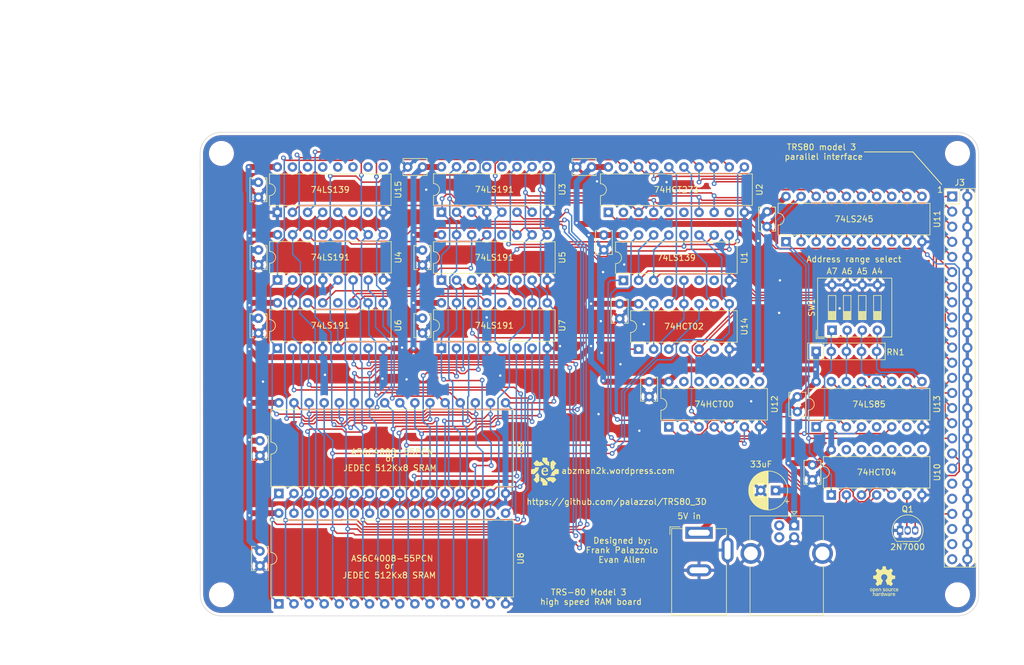
<source format=kicad_pcb>
(kicad_pcb (version 20211014) (generator pcbnew)
  (layers (0 "F.Cu" signal) (31 "B.Cu" signal) (34 "B.Paste" user) (35 "F.Paste" user) (36 "B.SilkS" user "B.Silkscreen") (37 "F.SilkS" user "F.Silkscreen") (38 "B.Mask" user) (39 "F.Mask" user) (44 "Edge.Cuts" user))
  (net 0 "")
  (net 1 "+5V")
  (net 2 "GND")
  (net 3 "Net-(Q1-Pad2)")
  (net 4 "/~{EXTIOSEL}")
  (net 5 "Net-(RN1-Pad2)")
  (net 6 "Net-(RN1-Pad3)")
  (net 7 "Net-(RN1-Pad4)")
  (net 8 "Net-(RN1-Pad5)")
  (net 9 "/AR18")
  (net 10 "/D3")
  (net 11 "/AR16")
  (net 12 "/D4")
  (net 13 "/AR14")
  (net 14 "/D5")
  (net 15 "/AR12")
  (net 16 "/D6")
  (net 17 "/AR7")
  (net 18 "/D7")
  (net 19 "/AR6")
  (net 20 "/AR5")
  (net 21 "/AR10")
  (net 22 "/AR4")
  (net 23 "/~{RAMRD}")
  (net 24 "/AR3")
  (net 25 "/AR11")
  (net 26 "/AR2")
  (net 27 "/AR9")
  (net 28 "/AR1")
  (net 29 "/AR8")
  (net 30 "/AR0")
  (net 31 "/AR13")
  (net 32 "/D0")
  (net 33 "/~{RAMWR}")
  (net 34 "/D1")
  (net 35 "/AR17")
  (net 36 "/D2")
  (net 37 "/AR15")
  (net 38 "/XD0")
  (net 39 "/XD1")
  (net 40 "/XD2")
  (net 41 "/XD3")
  (net 42 "/XD4")
  (net 43 "/XD5")
  (net 44 "/XD6")
  (net 45 "/XD7")
  (net 46 "/XA0")
  (net 47 "/XA1")
  (net 48 "/XA2")
  (net 49 "/XA3")
  (net 50 "/XA4")
  (net 51 "/XA5")
  (net 52 "/XA6")
  (net 53 "/XA7")
  (net 54 "/~{XIN}")
  (net 55 "/~{XOUT}")
  (net 56 "/~{XRESET}")
  (net 57 "/~{READ}")
  (net 58 "/~{AREGLWR}")
  (net 59 "/~{AREGHWR}")
  (net 60 "/~{OPTIONSWR}")
  (net 61 "/~{WRITE}")
  (net 64 "/~{CKASITWR}")
  (net 66 "/~{CKASITRD}")
  (net 68 "/AREGDEC{slash}~{INC}")
  (net 71 "Net-(U3-Pad14)")
  (net 72 "/AR19")
  (net 74 "Net-(U4-Pad14)")
  (net 76 "Net-(U5-Pad14)")
  (net 78 "Net-(U6-Pad14)")
  (net 80 "/ACLK")
  (net 81 "Net-(U10-Pad2)")
  (net 82 "Net-(U10-Pad4)")
  (net 83 "Net-(U11-Pad19)")
  (net 84 "/EXTRAADDR")
  (net 87 "/AR20")
  (net 100 "Net-(U15-Pad5)")
  (net 101 "Net-(U15-Pad4)")
  (net 118 "Net-(U14-Pad13)")
  (net 119 "Net-(U14-Pad10)")
  (footprint "Capacitor_THT:C_Disc_D3.8mm_W2.6mm_P2.50mm" (layer "F.Cu") (at 129.413 136.418 -90)
    (fp_text reference "C8" hide)
    (fp_text value "100nF")
  )
  (footprint "MountingHole:MountingHole_3.2mm_M3" (layer "F.Cu") (at 122.936 69.596)
    (fp_text reference "h1" hide)
    (fp_text value "MountingHole_3.2mm_M3")
  )
  (footprint "Capacitor_THT:C_Disc_D3.8mm_W2.6mm_P2.50mm" (layer "F.Cu") (at 129.413 117.876 -90)
    (fp_text reference "C9" hide)
    (fp_text value "100nF")
  )
  (footprint "Package_DIP:DIP-16_W7.62mm" (layer "F.Cu") (at 159.908 102.332 90)
    (fp_text reference "U7")
    (fp_text value "74LS191")
  )
  (footprint "Package_TO_SOT_THT:TO-92_Inline" (layer "F.Cu") (at 236.982 132.948)
    (fp_text reference "Q1")
    (fp_text value "2N7000")
  )
  (footprint "MountingHole:MountingHole_3.2mm_M3" (layer "F.Cu") (at 122.936 143.764)
    (fp_text reference "h4" hide)
    (fp_text value "MountingHole_3.2mm_M3")
  )
  (footprint "Package_DIP:DIP-16_W7.62mm" (layer "F.Cu") (at 132.334 102.332 90)
    (fp_text reference "U6")
    (fp_text value "74LS191")
  )
  (footprint "Package_DIP:DIP-20_W7.62mm" (layer "F.Cu") (at 187.96 79.502 90)
    (fp_text reference "U2")
    (fp_text value "74HCT273")
  )
  (footprint "Button_Switch_THT:SW_DIP_SPSTx04_Slide_9.78x12.34mm_W7.62mm_P2.54mm" (layer "F.Cu") (at 225.552 99.314 90)
    (fp_text reference "SW1")
    (fp_text value "SW_DIP_x04")
  )
  (footprint "Package_DIP:DIP-14_W7.62mm" (layer "F.Cu") (at 225.425 127 90)
    (fp_text reference "U10")
    (fp_text value "74HCT04")
  )
  (footprint "Capacitor_THT:C_Disc_D3.8mm_W2.6mm_P2.50mm" (layer "F.Cu") (at 219.71 110.51 -90)
    (fp_text reference "C13" hide)
    (fp_text value "100nF")
  )
  (footprint "Capacitor_THT:C_Disc_D3.8mm_W2.6mm_P2.50mm" (layer "F.Cu") (at 222.25 121.95 -90)
    (fp_text reference "C10" hide)
    (fp_text value "100nF")
  )
  (footprint "Capacitor_THT:CP_Radial_D6.3mm_P2.50mm" (layer "F.Cu") (at 216.06638 126.238 180)
    (fp_text reference "C16" hide)
    (fp_text value "33uF")
  )
  (footprint "Capacitor_THT:C_Disc_D3.8mm_W2.6mm_P2.50mm" (layer "F.Cu") (at 129.159 97.302 -90)
    (fp_text reference "C6" hide)
    (fp_text value "100nF")
  )
  (footprint "Package_DIP:DIP-16_W7.62mm" (layer "F.Cu") (at 159.908 79.472 90)
    (fp_text reference "U3")
    (fp_text value "74LS191")
  )
  (footprint "Connector_USB:USB_B_OST_USB-B1HSxx_Horizontal" (layer "F.Cu") (at 219.182 132.1065 -90)
    (fp_text reference "J2" hide)
    (fp_text value "USB_B")
  )
  (footprint "Package_DIP:DIP-16_W7.62mm" (layer "F.Cu") (at 159.908 90.902 90)
    (fp_text reference "U5")
    (fp_text value "74LS191")
  )
  (footprint "MountingHole:MountingHole_3.2mm_M3" (layer "F.Cu") (at 246.634 69.596)
    (fp_text reference "h2" hide)
    (fp_text value "MountingHole_3.2mm_M3")
  )
  (footprint "Capacitor_THT:C_Disc_D3.8mm_W2.6mm_P2.50mm" (layer "F.Cu") (at 187.198 83.312 -90)
    (fp_text reference "C1" hide)
    (fp_text value "100nF")
  )
  (footprint "Capacitor_THT:C_Disc_D3.8mm_W2.6mm_P2.50mm" (layer "F.Cu") (at 185.146 71.882 180)
    (fp_text reference "C2" hide)
    (fp_text value "100nF")
  )
  (footprint "Capacitor_THT:C_Disc_D3.8mm_W2.6mm_P2.50mm" (layer "F.Cu") (at 156.718 85.852 -90)
    (fp_text reference "C5" hide)
    (fp_text value "100nF")
  )
  (footprint "Package_DIP:DIP-16_W7.62mm" (layer "F.Cu") (at 190.5 90.932 90)
    (fp_text reference "U1")
    (fp_text value "74LS139")
  )
  (footprint "Evan's misc parts:Evan Logo" (layer "F.Cu") (at 177.292 123.063)
    (fp_text reference "G***" hide)
    (fp_text value "LOGO" hide)
  )
  (footprint "Connector_PinHeader_2.54mm:PinHeader_2x25_P2.54mm_Vertical" (layer "F.Cu") (at 245.745 76.835)
    (fp_text reference "J3")
    (fp_text value "Conn_02x25_Odd_Even")
  )
  (footprint "Package_DIP:DIP-14_W7.62mm" (layer "F.Cu") (at 198.115 115.56 90)
    (fp_text reference "U12")
    (fp_text value "74HCT00")
  )
  (footprint "Evan's misc parts:OSHW gear" (layer "F.Cu") (at 234.315 141.478)
    (fp_text reference "G***" hide)
    (fp_text value "LOGO" hide)
  )
  (footprint "Package_DIP:DIP-16_W7.62mm" (layer "F.Cu") (at 222.885 115.56 90)
    (fp_text reference "U13")
    (fp_text value "74LS85")
  )
  (footprint "Package_DIP:DIP-16_W7.62mm" (layer "F.Cu") (at 132.334 79.502 90)
    (fp_text reference "U15")
    (fp_text value "74LS139")
  )
  (footprint "Package_DIP:DIP-16_W7.62mm" (layer "F.Cu") (at 132.364 90.872 90)
    (fp_text reference "U4")
    (fp_text value "74LS191")
  )
  (footprint "Resistor_THT:R_Array_SIP5" (layer "F.Cu") (at 222.885 102.87)
    (fp_text reference "RN1")
    (fp_text value "4.7K")
  )
  (footprint "Capacitor_THT:C_Disc_D3.8mm_W2.6mm_P2.50mm" (layer "F.Cu") (at 214.63 79.395 -90)
    (fp_text reference "C11" hide)
    (fp_text value "100nF")
  )
  (footprint "Capacitor_THT:C_Disc_D3.8mm_W2.6mm_P2.50mm" (layer "F.Cu") (at 194.818 107.97 -90)
    (fp_text reference "C12" hide)
    (fp_text value "100nF")
  )
  (footprint "Capacitor_THT:C_Disc_D3.8mm_W2.6mm_P2.50mm" (layer "F.Cu") (at 156.733 71.882 180)
    (fp_text reference "C3" hide)
    (fp_text value "100nF")
  )
  (footprint "Package_DIP:DIP-14_W7.62mm" (layer "F.Cu") (at 193.04 102.489 90)
    (fp_text reference "U14")
    (fp_text value "74HCT02")
  )
  (footprint "MountingHole:MountingHole_3.2mm_M3" (layer "F.Cu") (at 246.634 143.764)
    (fp_text reference "h3" hide)
    (fp_text value "MountingHole_3.2mm_M3")
  )
  (footprint "Package_DIP:DIP-32_W15.24mm" (layer "F.Cu") (at 132.588 145.293 90)
    (fp_text reference "U8")
    (fp_text value "AS6C4008-55PCN")
  )
  (footprint "Capacitor_THT:C_Disc_D3.8mm_W2.6mm_P2.50mm" (layer "F.Cu") (at 129.144 74.452 -90)
    (fp_text reference "C15" hide)
    (fp_text value "100nF")
  )
  (footprint "Capacitor_THT:C_Disc_D3.8mm_W2.6mm_P2.50mm" (layer "F.Cu") (at 189.865 94.869 -90)
    (fp_text reference "C14" hide)
    (fp_text value "100nF")
  )
  (footprint "Capacitor_THT:C_Disc_D3.8mm_W2.6mm_P2.50mm" (layer "F.Cu") (at 129.174 85.822 -90)
    (fp_text reference "C4" hide)
    (fp_text value "100nF")
  )
  (footprint "Package_DIP:DIP-20_W7.62mm" (layer "F.Cu") (at 217.81 84.445 90)
    (fp_text reference "U11")
    (fp_text value "74LS245")
  )
  (footprint "Package_DIP:DIP-32_W15.24mm" (layer "F.Cu") (at 132.588 126.751 90)
    (fp_text reference "U9")
    (fp_text value "AS6C4008-55PCN")
  )
  (footprint "Connector_BarrelJack:BarrelJack_GCT_DCJ200-10-A_Horizontal" (layer "F.Cu") (at 203.2 133.35)
    (fp_text reference "J1" hide)
    (fp_text value "Barrel_Jack_Switch")
  )
  (footprint "Capacitor_THT:C_Disc_D3.8mm_W2.6mm_P2.50mm" (layer "F.Cu") (at 156.718 97.282 -90)
    (fp_text reference "C7" hide)
    (fp_text value "100nF")
  )
  (gr_line (start 231.013 69.342) (end 239.141 69.342) (layer "F.SilkS") (width 0.15))
  (gr_line (start 239.141 69.342) (end 243.967 74.803) (layer "F.SilkS") (width 0.15))
  (gr_line (start 178.054 147.32) (end 163.576 147.32) (layer "Edge.Cuts") (width 0.1))
  (gr_arc (start 246.634 66.04) (mid 249.148472 67.081528) (end 250.19 69.596) (layer "Edge.Cuts") (width 0.1))
  (gr_arc (start 122.936 147.32) (mid 120.421528 146.278472) (end 119.38 143.764) (layer "Edge.Cuts") (width 0.1))
  (gr_arc (start 250.215528 143.764) (mid 249.174 146.278472) (end 246.659528 147.32) (layer "Edge.Cuts") (width 0.1))
  (gr_line (start 250.19 82.55) (end 250.215528 143.764) (layer "Edge.Cuts") (width 0.1))
  (gr_line (start 163.576 147.32) (end 122.936 147.32) (layer "Edge.Cuts") (width 0.1))
  (gr_line (start 246.659528 147.32) (end 202.946 147.32) (layer "Edge.Cuts") (width 0.1))
  (gr_line (start 250.19 69.596) (end 250.19 82.55) (layer "Edge.Cuts") (width 0.1))
  (gr_line (start 122.910472 66.04) (end 246.634 66.04) (layer "Edge.Cuts") (width 0.1))
  (gr_line (start 202.946 147.32) (end 178.054 147.32) (layer "Edge.Cuts") (width 0.1))
  (gr_line (start 119.38 143.764) (end 119.354472 69.596) (layer "Edge.Cuts") (width 0.1))
  (gr_arc (start 119.354472 69.596) (mid 120.396 67.081528) (end 122.910472 66.04) (layer "Edge.Cuts") (width 0.1))
  (gr_text "A5" (at 230.632 89.408) (layer "F.SilkS") (effects (font (size 1 1))))
  (gr_text "A7" (at 225.552 89.408) (layer "F.SilkS") (effects (font (size 1 1))))
  (gr_text "TRS-80 Model 3 \nhigh speed RAM board" (at 185.039 144.145) (layer "F.SilkS") (effects (font (size 1 1))))
  (gr_text "1" (at 243.713 75.692) (layer "F.SilkS") (effects (font (size 1 1))))
  (gr_text "or\nJEDEC 512Kx8 SRAM" (at 151.257 121.666) (layer "F.SilkS") (effects (font (size 1 1))))
  (gr_text "abzman2k.wordpress.com" (at 189.611 122.936) (layer "F.SilkS") (effects (font (size 1 1))))
  (gr_text "Address range select" (at 229.235 87.376) (layer "F.SilkS") (effects (font (size 1 1))))
  (gr_text "Designed by:\nFrank Palazzolo\nEvan Allen" (at 190.246 136.271) (layer "F.SilkS") (effects (font (size 1 1))))
  (gr_text "5V in" (at 201.549 130.556) (layer "F.SilkS") (effects (font (size 1 1))))
  (gr_text "A4" (at 233.172 89.408) (layer "F.SilkS") (effects (font (size 1 1))))
  (gr_text "https://github.com/palazzol/TRS80_3D" (at 189.357 128.143) (layer "F.SilkS") (effects (font (size 1 1))))
  (gr_text "A6" (at 228.092 89.408) (layer "F.SilkS") (effects (font (size 1 1))))
  (gr_text "TRS80 model 3 \nparallel interface" (at 224.155 69.342) (layer "F.SilkS") (effects (font (size 1 1))))
  (gr_text "or\nJEDEC 512Kx8 SRAM" (at 151.13 139.7) (layer "F.SilkS") (effects (font (size 1 1))))
  (segment (start 200.161489 105.893511) (end 198.115 107.94) (width 1) (layer "F.Cu") (net 1))
  (segment (start 159.902489 94.717511) (end 159.908 94.712) (width 1) (layer "F.Cu") (net 1))
  (segment (start 214.63 79.395) (end 215.24 79.395) (width 1) (layer "F.Cu") (net 1))
  (segment (start 213.130489 105.893511) (end 222.733511 105.893511) (width 1) (layer "F.Cu") (net 1))
  (segment (start 222.855 121.95) (end 225.425 119.38) (width 1) (layer "F.Cu") (net 1))
  (segment (start 128.996489 103.831511) (end 153.724489 103.831511) (width 1) (layer "F.Cu") (net 1))
  (segment (start 194.848 107.94) (end 194.818 107.97) (width 1) (layer "F.Cu") (net 1))
  (segment (start 219.71 110.51) (end 220.315 110.51) (width 1) (layer "F.Cu") (net 1))
  (segment (start 127.822 83.252) (end 127.644489 83.429511) (width 1) (layer "F.Cu") (net 1))
  (segment (start 205.993011 130.556989) (end 203.2 133.35) (width 1) (layer "F.Cu") (net 1))
  (segment (start 155.218489 102.337511) (end 156.712489 103.831511) (width 1) (layer "F.Cu") (net 1))
  (segment (start 210.278009 81.451031) (end 182.797031 81.451031) (width 1) (layer "F.Cu") (net 1))
  (segment (start 155.218489 94.717511) (end 159.902489 94.717511) (width 1) (layer "F.Cu") (net 1))
  (segment (start 155.218489 83.287511) (end 159.902489 83.287511) (width 1) (layer "F.Cu") (net 1))
  (segment (start 217.632489 130.556989) (end 205.993011 130.556989) (width 1) (layer "F.Cu") (net 1))
  (segment (start 221.941511 121.641511) (end 222.25 121.95) (width 1) (layer "F.Cu") (net 1))
  (segment (start 132.476 94.712) (end 128.046 94.712) (width 1) (layer "F.Cu") (net 1))
  (segment (start 193.04 94.869) (end 189.865 94.869) (width 1) (layer "F.Cu") (net 1))
  (segment (start 132.334 71.882) (end 127.508 71.882) (width 1) (layer "F.Cu") (net 1))
  (segment (start 218.210489 121.641511) (end 221.941511 121.641511) (width 1) (layer "F.Cu") (net 1))
  (segment (start 128.011 130.053) (end 127.644489 130.419511) (width 1) (layer "F.Cu") (net 1))
  (segment (start 185.146 71.882) (end 187.96 71.882) (width 1) (layer "F.Cu") (net 1))
  (segment (start 183.188489 103.831511) (end 185.048489 101.971511) (width 1) (layer "F.Cu") (net 1))
  (segment (start 185.048489 94.859511) (end 185.156511 94.859511) (width 1) (layer "F.Cu") (net 1))
  (segment (start 220.315 110.51) (end 222.885 107.94) (width 1) (layer "F.Cu") (net 1))
  (segment (start 213.130489 105.893511) (end 200.161489 105.893511) (width 1) (layer "F.Cu") (net 1))
  (segment (start 194.818 107.97) (end 187.276 107.97) (width 1) (layer "F.Cu") (net 1))
  (segment (start 159.902489 83.287511) (end 159.908 83.282) (width 1) (layer "F.Cu") (net 1))
  (segment (start 182.797031 81.451031) (end 182.626 81.28) (width 1) (layer "F.Cu") (net 1))
  (segment (start 132.588 111.511) (end 127.785978 111.511) (width 1) (layer "F.Cu") (net 1))
  (segment (start 153.724489 103.831511) (end 155.218489 102.337511) (width 1) (layer "F.Cu") (net 1))
  (segment (start 187.276 107.97) (end 187.1 107.794) (width 1) (layer "F.Cu") (net 1))
  (segment (start 213.130489 84.303511) (end 210.278009 81.451031) (width 1) (layer "F.Cu") (net 1))
  (segment (start 185.156511 94.859511) (end 185.166 94.869) (width 1) (layer "F.Cu") (net 1))
  (segment (start 127.800978 117.876) (end 127.644489 117.719511) (width 1) (layer "F.Cu") (net 1))
  (segment (start 128.046 94.712) (end 127.644489 95.113511) (width 1) (layer "F.Cu") (net 1))
  (segment (start 156.733 71.882) (end 159.878 71.882) (width 1) (layer "F.Cu") (net 1))
  (segment (start 132.588 130.053) (end 128.011 130.053) (width 1) (layer "F.Cu") (net 1))
  (segment (start 189.865 94.869) (end 185.166 94.869) (width 1) (layer "F.Cu") (net 1))
  (segment (start 219.182 132.1065) (end 217.632489 130.556989) (width 1) (layer "F.Cu") (net 1))
  (segment (start 215.24 79.395) (end 217.81 76.825) (width 1) (layer "F.Cu") (net 1))
  (segment (start 129.413 117.876) (end 127.800978 117.876) (width 1) (layer "F.Cu") (net 1))
  (segment (start 132.364 83.252) (end 127.822 83.252) (width 1) (layer "F.Cu") (net 1))
  (segment (start 184.658 83.312) (end 190.5 83.312) (width 1) (layer "F.Cu") (net 1))
  (segment (start 159.878 71.882) (end 159.908 71.852) (width 1) (layer "F.Cu") (net 1))
  (segment (start 127.644489 102.479511) (end 128.996489 103.831511) (width 1) (layer "F.Cu") (net 1))
  (segment (start 222.25 121.95) (end 222.855 121.95) (width 1) (layer "F.Cu") (net 1))
  (segment (start 156.712489 103.831511) (end 183.188489 103.831511) (width 1) (layer "F.Cu") (net 1))
  (segment (start 198.115 107.94) (end 194.848 107.94) (width 1) (layer "F.Cu") (net 1))
  (segment (start 127.785978 111.511) (end 127.644489 111.369511) (width 1) (layer "F.Cu") (net 1))
  (via (at 185.048489 101.971511) (size 0.8) (drill 0.4) (layers "F.Cu" "B.Cu") (net 1))
  (via (at 155.218489 94.717511) (size 0.8) (drill 0.4) (layers "F.Cu" "B.Cu") (net 1))
  (via (at 187.1 107.794) (size 0.8) (drill 0.4) (layers "F.Cu" "B.Cu") (net 1))
  (via (at 127.644489 111.369511) (size 0.8) (drill 0.4) (layers "F.Cu" "B.Cu") (net 1))
  (via (at 213.130489 84.303511) (size 0.8) (drill 0.4) (layers "F.Cu" "B.Cu") (net 1))
  (via (at 184.658 83.312) (size 0.8) (drill 0.4) (layers "F.Cu" "B.Cu") (net 1))
  (via (at 213.130489 105.893511) (size 0.8) (drill 0.4) (layers "F.Cu" "B.Cu") (net 1))
  (via (at 127.644489 95.113511) (size 0.8) (drill 0.4) (layers "F.Cu" "B.Cu") (net 1))
  (via (at 155.218489 83.287511) (size 0.8) (drill 0.4) (layers "F.Cu" "B.Cu") (net 1))
  (via (at 182.626 81.28) (size 0.8) (drill 0.4) (layers "F.Cu" "B.Cu") (net 1))
  (via (at 127.644489 83.429511) (size 0.8) (drill 0.4) (layers "F.Cu" "B.Cu") (net 1))
  (via (at 127.644489 117.719511) (size 0.8) (drill 0.4) (layers "F.Cu" "B.Cu") (net 1))
  (via (at 127.644489 130.419511) (size 0.8) (drill 0.4) (layers "F.Cu" "B.Cu") (net 1))
  (via (at 222.733511 105.893511) (size 0.8) (drill 0.4) (layers "F.Cu" "B.Cu") (net 1))
  (via (at 155.218489 102.337511) (size 0.8) (drill 0.4) (layers "F.Cu" "B.Cu") (net 1))
  (via (at 127.508 71.882) (size 0.8) (drill 0.4) (layers "F.Cu" "B.Cu") (net 1))
  (via (at 218.210489 121.641511) (size 0.8) (drill 0.4) (layers "F.Cu" "B.Cu") (net 1))
  (via (at 185.048489 94.859511) (size 0.8) (drill 0.4) (layers "F.Cu" "B.Cu") (net 1))
  (via (at 127.644489 102.479511) (size 0.8) (drill 0.4) (layers "F.Cu" "B.Cu") (net 1))
  (segment (start 127.986 85.822) (end 127.644489 85.480489) (width 1) (layer "B.Cu") (net 1))
  (segment (start 185.048489 88.651511) (end 185.048489 94.859511) (width 1) (layer "B.Cu") (net 1))
  (segment (start 218.210489 121.641511) (end 218.210489 117.069511) (width 1) (layer "B.Cu") (net 1))
  (segment (start 213.130489 80.894511) (end 214.63 79.395) (width 1) (layer "B.Cu") (net 1))
  (segment (start 127.508 71.882) (end 127.508 74.422) (width 1) (layer "B.Cu") (net 1))
  (segment (start 127.800978 97.302) (end 127.644489 97.145511) (width 1) (layer "B.Cu") (net 1))
  (segment (start 155.218489 94.717511) (end 155.218489 86.081511) (width 1) (layer "B.Cu") (net 1))
  (segment (start 218.948 126.238) (end 219.182 126.004) (width 1) (layer "B.Cu") (net 1))
  (segment (start 127.644489 75.951511) (end 127.644489 83.429511) (width 1) (layer "B.Cu") (net 1))
  (segment (start 219.182 126.004) (end 219.182 132.1065) (width 1) (layer "B.Cu") (net 1))
  (segment (start 219.71 110.51) (end 218.210489 112.009511) (width 1) (layer "B.Cu") (net 1))
  (segment (start 187.1 106.582) (end 187.1 107.794) (width 1) (layer "B.Cu") (net 1))
  (segment (start 185.146 71.882) (end 182.626 74.402) (width 1) (layer "B.Cu") (net 1))
  (segment (start 155.218489 86.081511) (end 155.218489 83.287511) (width 1) (layer "B.Cu") (net 1))
  (segment (start 185.048489 94.859511) (end 185.048489 95.875511) (width 1) (layer "B.Cu") (net 1))
  (segment (start 156.718 85.852) (end 155.448 85.852) (width 1) (layer "B.Cu") (net 1))
  (segment (start 213.130489 83.033511) (end 213.130489 80.894511) (width 1) (layer "B.Cu") (net 1))
  (segment (start 213.130489 83.033511) (end 213.130489 84.303511) (width 1) (layer "B.Cu") (net 1))
  (segment (start 218.210489 112.009511) (end 218.210489 117.069511) (width 1) (layer "B.Cu") (net 1))
  (segment (start 218.210489 121.641511) (end 219.182 122.613022) (width 1) (layer "B.Cu") (net 1))
  (segment (start 127.644489 95.113511) (end 127.644489 97.145511) (width 1) (layer "B.Cu") (net 1))
  (segment (start 182.626 74.402) (end 182.626 81.28) (width 1) (layer "B.Cu") (net 1))
  (segment (start 156.718 97.282) (end 155.496978 97.282) (width 1) (layer "B.Cu") (net 1))
  (segment (start 185.048489 104.530489) (end 187.1 106.582) (width 1) (layer "B.Cu") (net 1))
  (segment (start 127.644489 134.649489) (end 129.413 136.418) (width 1) (layer "B.Cu") (net 1))
  (segment (start 127.644489 117.719511) (end 127.644489 130.419511) (width 1) (layer "B.Cu") (net 1))
  (segment (start 127.644489 85.480489) (end 127.644489 95.113511) (width 1) (layer "B.Cu") (net 1))
  (segment (start 127.644489 83.429511) (end 127.644489 85.480489) (width 1) (layer "B.Cu") (net 1))
  (segment (start 127.508 74.422) (end 127.508 75.815022) (width 1) (layer "B.Cu") (net 1))
  (segment (start 127.508 75.815022) (end 127.644489 75.951511) (width 1) (layer "B.Cu") (net 1))
  (segment (start 129.286 97.302) (end 127.800978 97.302) (width 1) (layer "B.Cu") (net 1))
  (segment (start 219.182 122.613022) (end 219.182 126.004) (width 1) (layer "B.Cu") (net 1))
  (segment (start 155.218489 102.337511) (end 155.218489 97.560489) (width 1) (layer "B.Cu") (net 1))
  (segment (start 127.644489 111.369511) (end 127.644489 117.719511) (width 1) (layer "B.Cu") (net 1))
  (segment (start 127.644489 130.419511) (end 127.644489 134.649489) (width 1) (layer "B.Cu") (net 1))
  (segment (start 230.505 115.56) (end 229.380489 116.684511) (width 0.25) (layer "B.Cu") (net 1))
  (segment (start 185.048489 95.875511) (end 185.048489 101.971511) (width 1) (layer "B.Cu") (net 1))
  (segment (start 129.144 74.452) (end 127.538 74.452) (width 1) (layer "B.Cu") (net 1))
  (segment (start 155.218489 83.287511) (end 155.218489 73.396511) (width 1) (layer "B.Cu") (net 1))
  (segment (start 155.448 85.852) (end 155.218489 86.081511) (width 1) (layer "B.Cu") (net 1))
  (segment (start 222.885 102.87) (end 222.885 107.94) (width 1) (layer "B.Cu") (net 1))
  (segment (start 213.130489 84.303511) (end 213.130489 105.893511) (width 1) (layer "B.Cu") (net 1))
  (segment (start 226.549511 116.684511) (end 225.425 115.56) (width 0.25) (layer "B.Cu") (net 1))
  (segment (start 155.218489 97.560489) (end 155.218489 94.717511) (width 1) (layer "B.Cu") (net 1))
  (segment (start 185.048489 88.651511) (end 185.048489 83.702489) (width 1) (layer "B.Cu") (net 1))
  (segment (start 185.048489 101.971511) (end 185.048489 104.530489) (width 1) (layer "B.Cu") (net 1))
  (segment (start 129.174 85.822) (end 127.986 85.822) (width 1) (layer "B.Cu") (net 1))
  (segment (start 229.380489 116.684511) (end 226.549511 116.684511) (width 0.25) (layer "B.Cu") (net 1))
  (segment (start 127.538 74.452) (end 127.508 74.422) (width 1) (layer "B.Cu") (net 1))
  (segment (start 127.644489 97.145511) (end 127.644489 102.479511) (width 1) (layer "B.Cu") (net 1))
  (segment (start 216.06638 126.238) (end 218.948 126.238) (width 1) (layer "B.Cu") (net 1))
  (segment (start 185.048489 83.702489) (end 184.658 83.312) (width 1) (layer "B.Cu") (net 1))
  (segment (start 184.658 83.312) (end 182.626 81.28) (width 1) (layer "B.Cu") (net 1))
  (segment (start 155.496978 97.282) (end 155.218489 97.560489) (width 1) (layer "B.Cu") (net 1))
  (segment (start 225.425 115.56) (end 225.425 119.38) (width 1) (layer "B.Cu") (net 1))
  (segment (start 155.218489 73.396511) (end 156.733 71.882) (width 1) (layer "B.Cu") (net 1))
  (segment (start 127.644489 102.479511) (end 127.644489 111.369511) (width 1) (layer "B.Cu") (net 1))
  (via (at 193.929 98.298) (size 0.8) (drill 0.4) (layers "F.Cu" "B.Cu") (net 2))
  (via (at 211.963 111.252) (size 0.8) (drill 0.4) (layers "F.Cu" "B.Cu") (net 2))
  (via (at 190.627 88.265) (size 0.8) (drill 0.4) (layers "F.Cu" "B.Cu") (net 2))
  (via (at 193.167 116.205) (size 0.8) (drill 0.4) (layers "F.Cu" "B.Cu") (net 2))
  (via (at 189.992 105.029) (size 0.8) (drill 0.4) (layers "F.Cu" "B.Cu") (net 2))
  (via (at 186.309 113.411) (size 0.8) (drill 0.4) (layers "F.Cu" "B.Cu") (net 2))
  (via (at 140.335 106.807) (size 0.8) (drill 0.4) (layers "F.Cu" "B.Cu") (net 2))
  (via (at 186.69 97.79) (size 0.8) (drill 0.4) (layers "F.Cu" "B.Cu") (net 2))
  (via (at 187.071 89.535) (size 0.8) (drill 0.4) (layers "F.Cu" "B.Cu") (net 2))
  (via (at 186.055 74.295) (size 0.8) (drill 0.4) (layers "F.Cu" "B.Cu") (net 2))
  (via (at 186.817 103.124) (size 0.8) (drill 0.4) (layers "F.Cu" "B.Cu") (net 2))
  (via (at 153.289 102.235) (size 0.8) (drill 0.4) (layers "F.Cu" "B.Cu") (net 2))
  (via (at 149.987 107.442) (size 0.8) (drill 0.4) (layers "F.Cu" "B.Cu") (net 2))
  (via (at 169.799 106.934) (size 0.8) (drill 0.4) (layers "F.Cu" "B.Cu") (net 2))
  (via (at 226.822 95.631) (size 0.8) (drill 0.4) (layers "F.Cu" "B.Cu") (net 2))
  (via (at 129.921 107.95) (size 0.8) (drill 0.4) (layers "F.Cu" "B.Cu") (net 2))
  (via (at 167.513 97.155) (size 0.8) (drill 0.4) (layers "F.Cu" "B.Cu") (net 2))
  (via (at 197.739 74.422) (size 0.8) (drill 0.4) (layers "F.Cu" "B.Cu") (net 2))
  (via (at 157.353 75.692) (size 0.8) (drill 0.4) (layers "F.Cu" "B.Cu") (net 2))
  (via (at 154.051 107.569) (size 0.8) (drill 0.4) (layers "F.Cu" "B.Cu") (net 2))
  (via (at 216.789 90.932) (size 0.8) (drill 0.4) (layers "F.Cu" "B.Cu") (net 2))
  (via (at 216.662 96.393) (size 0.8) (drill 0.4) (layers "F.Cu" "B.Cu") (net 2))
  (via (at 179.832 101.981) (size 0.8) (drill 0.4) (layers "F.Cu" "B.Cu") (net 2))
  (segment (start 167.528 79.472) (end 166.403489 78.347489) (width 0.25) (layer "B.Cu") (net 2))
  (segment (start 166.403489 78.347489) (end 166.403489 71.340511) (width 0.25) (layer "B.Cu") (net 2))
  (segment (start 167.016511 70.727489) (end 181.491489 70.727489) (width 0.25) (layer "B.Cu") (net 2))
  (segment (start 166.403489 71.340511) (end 167.016511 70.727489) (width 0.25) (layer "B.Cu") (net 2))
  (segment (start 181.491489 70.727489) (end 182.646 71.882) (width 0.25) (layer "B.Cu") (net 2))
  (segment (start 238.125 127) (end 238.125 132.821) (width 0.25) (layer "F.Cu") (net 3))
  (segment (start 238.125 132.821) (end 238.252 132.948) (width 0.25) (layer "F.Cu") (net 3))
  (segment (start 239.522 131.572) (end 240.919 130.175) (width 0.25) (layer "F.Cu") (net 4))
  (segment (start 240.919 130.175) (end 245.745 130.175) (width 0.25) (layer "F.Cu") (net 4))
  (segment (start 239.522 132.948) (end 239.522 131.572) (width 0.25) (layer "F.Cu") (net 4))
  (segment (start 225.425 106.045) (end 224.300489 107.169511) (width 0.25) (layer "B.Cu") (net 5))
  (segment (start 224.300489 107.169511) (end 224.300489 114.144511) (width 0.25) (layer "B.Cu") (net 5))
  (segment (start 224.300489 114.144511) (end 222.885 115.56) (width 0.25) (layer "B.Cu") (net 5))
  (segment (start 225.425 99.441) (end 225.552 99.314) (width 0.25) (layer "B.Cu") (net 5))
  (segment (start 225.425 102.87) (end 225.425 106.045) (width 0.25) (layer "B.Cu") (net 5))
  (segment (start 225.425 102.87) (end 225.425 99.441) (width 0.25) (layer "B.Cu") (net 5))
  (segment (start 227.965 102.87) (end 227.965 107.94) (width 0.25) (layer "B.Cu") (net 6))
  (segment (start 228.092 99.314) (end 228.092 102.743) (width 0.25) (layer "B.Cu") (net 6))
  (segment (start 228.092 102.743) (end 227.965 102.87) (width 0.25) (layer "B.Cu") (net 6))
  (segment (start 234.460489 106.815489) (end 235.585 107.94) (width 0.25) (layer "B.Cu") (net 7))
  (segment (start 230.505 99.441) (end 230.632 99.314) (width 0.25) (layer "B.Cu") (net 7))
  (segment (start 231.021489 106.815489) (end 234.460489 106.815489) (width 0.25) (layer "B.Cu") (net 7))
  (segment (start 230.505 106.299) (end 231.021489 106.815489) (width 0.25) (layer "B.Cu") (net 7))
  (segment (start 230.505 102.87) (end 230.505 99.441) (width 0.25) (layer "B.Cu") (net 7))
  (segment (start 230.505 102.87) (end 230.505 106.299) (width 0.25) (layer "B.Cu") (net 7))
  (segment (start 233.045 105.791) (end 233.619969 106.365969) (width 0.25) (layer "B.Cu") (net 8))
  (segment (start 233.172 102.743) (end 233.045 102.87) (width 0.25) (layer "B.Cu") (net 8))
  (segment (start 233.619969 106.365969) (end 239.090969 106.365969) (width 0.25) (layer "B.Cu") (net 8))
  (segment (start 233.045 102.87) (end 233.045 105.791) (width 0.25) (layer "B.Cu") (net 8))
  (segment (start 233.172 99.314) (end 233.172 102.743) (width 0.25) (layer "B.Cu") (net 8))
  (segment (start 239.090969 106.365969) (end 240.665 107.94) (width 0.25) (layer "B.Cu") (net 8))
  (segment (start 172.608 79.472) (end 173.732511 80.596511) (width 0.25) (layer "F.Cu") (net 9))
  (segment (start 179.626489 80.596511) (end 180.975 79.248) (width 0.25) (layer "F.Cu") (net 9))
  (segment (start 173.732511 80.596511) (end 178.229489 80.596511) (width 0.25) (layer "F.Cu") (net 9))
  (segment (start 178.229489 80.596511) (end 179.626489 80.596511) (width 0.25) (layer "F.Cu") (net 9))
  (segment (start 145.65 131.934) (end 146.512062 132.796062) (width 0.25) (layer "F.Cu") (net 9))
  (segment (start 131.463489 131.172511) (end 132.224978 131.934) (width 0.25) (layer "F.Cu") (net 9))
  (segment (start 146.512062 132.796062) (end 183.560938 132.796062) (width 0.25) (layer "F.Cu") (net 9))
  (segment (start 183.560938 132.796062) (end 184.404 131.953) (width 0.25) (layer "F.Cu") (net 9))
  (segment (start 132.224978 131.934) (end 145.65 131.934) (width 0.25) (layer "F.Cu") (net 9))
  (via (at 184.404 131.953) (size 0.8) (drill 0.4) (layers "F.Cu" "B.Cu") (net 9))
  (via (at 180.975 79.248) (size 0.8) (drill 0.4) (layers "F.Cu" "B.Cu") (net 9))
  (via (at 131.463489 131.172511) (size 0.8) (drill 0.4) (layers "F.Cu" "B.Cu") (net 9))
  (segment (start 180.975 79.248) (end 181.80148 80.07448) (width 0.25) (layer "B.Cu") (net 9))
  (segment (start 131.463489 131.172511) (end 131.463489 144.168489) (width 0.25) (layer "B.Cu") (net 9))
  (segment (start 184.223969 85.163969) (end 184.223969 109.781031) (width 0.25) (layer "B.Cu") (net 9))
  (segment (start 184.223969 131.772969) (end 184.404 131.953) (width 0.25) (layer "B.Cu") (net 9))
  (segment (start 132.588 126.751) (end 131.463489 127.875511) (width 0.25) (layer "B.Cu") (net 9))
  (segment (start 131.463489 127.875511) (end 131.463489 131.172511) (width 0.25) (layer "B.Cu") (net 9))
  (segment (start 131.463489 144.168489) (end 132.588 145.293) (width 0.25) (layer "B.Cu") (net 9))
  (segment (start 181.80148 80.07448) (end 181.80148 82.74148) (width 0.25) (layer "B.Cu") (net 9))
  (segment (start 184.223969 109.781031) (end 184.223969 118.925031) (width 0.25) (layer "B.Cu") (net 9))
  (segment (start 181.80148 82.74148) (end 184.223969 85.163969) (width 0.25) (layer "B.Cu") (net 9))
  (segment (start 184.223969 118.925031) (end 184.223969 131.772969) (width 0.25) (layer "B.Cu") (net 9))
  (segment (start 228.02844 74.34344) (end 215.595407 74.34344) (width 0.25) (layer "F.Cu") (net 10))
  (segment (start 215.595407 74.34344) (end 212.909918 77.028929) (width 0.25) (layer "F.Cu") (net 10))
  (segment (start 177.075489 76.237489) (end 176.53 75.692) (width 0.25) (layer "F.Cu") (net 10))
  (segment (start 205.74 76.708) (end 205.269489 76.237489) (width 0.25) (layer "F.Cu") (net 10))
  (segment (start 230.51 76.825) (end 228.02844 74.34344) (width 0.25) (layer "F.Cu") (net 10))
  (segment (start 206.060929 77.028929) (end 205.74 76.708) (width 0.25) (layer "F.Cu") (net 10))
  (segment (start 178.557 111.511) (end 170.688 111.511) (width 0.25) (layer "F.Cu") (net 10))
  (segment (start 212.909918 77.028929) (end 206.060929 77.028929) (width 0.25) (layer "F.Cu") (net 10))
  (segment (start 205.269489 76.237489) (end 177.075489 76.237489) (width 0.25) (layer "F.Cu") (net 10))
  (segment (start 178.812511 111.255489) (end 178.557 111.511) (width 0.25) (layer "F.Cu") (net 10))
  (via (at 176.53 75.692) (size 0.8) (drill 0.4) (layers "F.Cu" "B.Cu") (net 10))
  (via (at 178.812511 111.255489) (size 0.8) (drill 0.4) (layers "F.Cu" "B.Cu") (net 10))
  (via (at 205.74 76.708) (size 0.8) (drill 0.4) (layers "F.Cu" "B.Cu") (net 10))
  (segment (start 177.688 83.282) (end 176.563489 84.406511) (width 0.25) (layer "B.Cu") (net 10))
  (segment (start 176.563489 72.976511) (end 176.563489 82.157489) (width 0.25) (layer "B.Cu") (net 10))
  (segment (start 170.688 111.511) (end 171.812511 112.635511) (width 0.25) (layer "B.Cu") (net 10))
  (segment (start 171.812511 112.635511) (end 171.812511 128.928489) (width 0.25) (layer "B.Cu") (net 10))
  (segment (start 205.74 79.502) (end 205.74 76.708) (width 0.25) (layer "B.Cu") (net 10))
  (segment (start 176.563489 84.406511) (end 176.563489 91.914511) (width 0.25) (layer "B.Cu") (net 10))
  (segment (start 178.812511 95.836511) (end 178.812511 103.889489) (width 0.25) (layer "B.Cu") (net 10))
  (segment (start 177.688 94.712) (end 177.688 93.039022) (width 0.25) (layer "B.Cu") (net 10))
  (segment (start 171.812511 128.928489) (end 170.688 130.053) (width 0.25) (layer "B.Cu") (net 10))
  (segment (start 176.563489 82.157489) (end 177.688 83.282) (width 0.25) (layer "B.Cu") (net 10))
  (segment (start 177.688 94.712) (end 178.812511 95.836511) (width 0.25) (layer "B.Cu") (net 10))
  (segment (start 177.688 93.039022) (end 176.563489 91.914511) (width 0.25) (layer "B.Cu") (net 10))
  (segment (start 178.812511 103.889489) (end 178.812511 111.255489) (width 0.25) (layer "B.Cu") (net 10))
  (segment (start 177.688 71.852) (end 176.563489 72.976511) (width 0.25) (layer "B.Cu") (net 10))
  (segment (start 145.697364 131.191) (end 143.129 131.191) (width 0.25) (layer "F.Cu") (net 11))
  (segment (start 143.110511 131.209489) (end 133.712511 131.209489) (width 0.25) (layer "F.Cu") (net 11))
  (segment (start 179.176969 81.046031) (end 180.319969 81.046031) (width 0.25) (layer "F.Cu") (net 11))
  (segment (start 183.261 131.826) (end 182.740458 132.346542) (width 0.25) (layer "F.Cu") (net 11))
  (segment (start 164.988 79.472) (end 166.562031 81.046031) (width 0.25) (layer "F.Cu") (net 11))
  (segment (start 166.562031 81.046031) (end 179.176969 81.046031) (width 0.25) (layer "F.Cu") (net 11))
  (segment (start 180.319969 81.046031) (end 180.594 80.772) (width 0.25) (layer "F.Cu") (net 11))
  (segment (start 146.852906 132.346542) (end 145.697364 131.191) (width 0.25) (layer "F.Cu") (net 11))
  (segment (start 143.129 131.191) (end 143.110511 131.209489) (width 0.25) (layer "F.Cu") (net 11))
  (segment (start 182.740458 132.346542) (end 146.852906 132.346542) (width 0.25) (layer "F.Cu") (net 11))
  (via (at 183.261 131.826) (size 0.8) (drill 0.4) (layers "F.Cu" "B.Cu") (net 11))
  (via (at 180.594 80.772) (size 0.8) (drill 0.4) (layers "F.Cu" "B.Cu") (net 11))
  (via (at 133.712511 131.209489) (size 0.8) (drill 0.4) (layers "F.Cu" "B.Cu") (net 11))
  (segment (start 181.35196 82.927678) (end 181.35196 81.02196) (width 0.25) (layer "B.Cu") (net 11))
  (segment (start 183.774449 85.350167) (end 181.35196 82.927678) (width 0.25) (layer "B.Cu") (net 11))
  (segment (start 183.774449 112.897551) (end 183.774449 85.350167) (width 0.25) (layer "B.Cu") (net 11))
  (segment (start 133.712511 131.209489) (end 133.712511 128.166489) (width 0.25) (layer "B.Cu") (net 11))
  (segment (start 133.712511 128.166489) (end 135.128 126.751) (width 0.25) (layer "B.Cu") (net 11))
  (segment (start 135.128 145.293) (end 133.712511 143.877511) (width 0.25) (layer "B.Cu") (net 11))
  (segment (start 133.712511 143.877511) (end 133.712511 131.209489) (width 0.25) (layer "B.Cu") (net 11))
  (segment (start 181.102 80.772) (end 180.594 80.772) (width 0.25) (layer "B.Cu") (net 11))
  (segment (start 183.261 113.411) (end 183.774449 112.897551) (width 0.25) (layer "B.Cu") (net 11))
  (segment (start 183.261 131.826) (end 183.261 113.411) (width 0.25) (layer "B.Cu") (net 11))
  (segment (start 181.35196 81.02196) (end 181.102 80.772) (width 0.25) (layer "B.Cu") (net 11))
  (segment (start 168.148 113.411) (end 167.775614 113.411) (width 0.25) (layer "F.Cu") (net 12))
  (segment (start 215.409209 73.89392) (end 230.11892 73.89392) (width 0.25) (layer "F.Cu") (net 12))
  (segment (start 205.74 74.676) (end 206.060929 74.355071) (width 0.25) (layer "F.Cu") (net 12))
  (segment (start 139.065 114.433591) (end 138.464041 115.034551) (width 0.25) (layer "F.Cu") (net 12))
  (segment (start 138.464041 115.034551) (end 136.551731 115.034551) (width 0.25) (layer "F.Cu") (net 12))
  (segment (start 167.809802 68.847409) (end 167.393771 69.26344) (width 0.25) (layer "F.Cu") (net 12))
  (segment (start 136.093969 70.307969) (end 135.636 69.85) (width 0.25) (layer "F.Cu") (net 12))
  (segment (start 205.74 71.882) (end 202.705409 68.847409) (width 0.25) (layer "F.Cu") (net 12))
  (segment (start 167.393771 69.26344) (end 145.746842 69.26344) (width 0.25) (layer "F.Cu") (net 12))
  (segment (start 165.081 114.154) (end 164.461551 113.534551) (width 0.25) (layer "F.Cu") (net 12))
  (segment (start 202.705409 68.847409) (end 167.809802 68.847409) (width 0.25) (layer "F.Cu") (net 12))
  (segment (start 143.429103 115.024511) (end 144.469543 113.984071) (width 0.25) (layer "F.Cu") (net 12))
  (segment (start 157.728835 113.534551) (end 157.279315 113.984071) (width 0.25) (layer "F.Cu") (net 12))
  (segment (start 136.551731 115.034551) (end 136.398 115.188282) (width 0.25) (layer "F.Cu") (net 12))
  (segment (start 142.498307 114.803693) (end 142.128205 114.433591) (width 0.25) (layer "F.Cu") (net 12))
  (segment (start 230.11892 73.89392) (end 233.05 76.825) (width 0.25) (layer "F.Cu") (net 12))
  (segment (start 164.461551 113.534551) (end 157.728835 113.534551) (width 0.25) (layer "F.Cu") (net 12))
  (segment (start 144.469543 113.984071) (end 145.607071 113.984071) (width 0.25) (layer "F.Cu") (net 12))
  (segment (start 157.279315 113.984071) (end 145.607071 113.984071) (width 0.25) (layer "F.Cu") (net 12))
  (segment (start 206.060929 74.355071) (end 214.948058 74.355071) (width 0.25) (layer "F.Cu") (net 12))
  (segment (start 145.746842 69.26344) (end 144.702313 70.307969) (width 0.25) (layer "F.Cu") (net 12))
  (segment (start 167.032614 114.154) (end 165.081 114.154) (width 0.25) (layer "F.Cu") (net 12))
  (segment (start 167.775614 113.411) (end 167.032614 114.154) (width 0.25) (layer "F.Cu") (net 12))
  (segment (start 142.128205 114.433591) (end 139.065 114.433591) (width 0.25) (layer "F.Cu") (net 12))
  (segment (start 142.719125 115.024511) (end 143.429103 115.024511) (width 0.25) (layer "F.Cu") (net 12))
  (segment (start 144.702313 70.307969) (end 136.093969 70.307969) (width 0.25) (layer "F.Cu") (net 12))
  (segment (start 142.498307 114.803693) (end 142.719125 115.024511) (width 0.25) (layer "F.Cu") (net 12))
  (segment (start 214.948058 74.355071) (end 215.409209 73.89392) (width 0.25) (layer "F.Cu") (net 12))
  (via (at 168.148 113.411) (size 0.8) (drill 0.4) (layers "F.Cu" "B.Cu") (net 12))
  (via (at 136.398 115.188282) (size 0.8) (drill 0.4) (layers "F.Cu" "B.Cu") (net 12))
  (via (at 135.636 69.85) (size 0.8) (drill 0.4) (layers "F.Cu" "B.Cu") (net 12))
  (via (at 205.74 74.676) (size 0.8) (drill 0.4) (layers "F.Cu" "B.Cu") (net 12))
  (segment (start 136.2075 91.7575) (end 134.874 93.091) (width 0.25) (layer "B.Cu") (net 12))
  (segment (start 168.148 130.053) (end 168.148 128.778) (width 0.25) (layer "B.Cu") (net 12))
  (segment (start 136.398 104.394) (end 136.398 115.188282) (width 0.25) (layer "B.Cu") (net 12))
  (segment (start 134.874 94.712) (end 134.874 100.457) (width 0.25) (layer "B.Cu") (net 12))
  (segment (start 136.2075 91.7575) (end 135.016 92.949) (width 0.25) (layer "B.Cu") (net 12))
  (segment (start 134.904 86.547022) (end 136.2075 87.850522) (width 0.25) (layer "B.Cu") (net 12))
  (segment (start 168.148 128.778) (end 169.545 127.381) (width 0.25) (layer "B.Cu") (net 12))
  (segment (start 134.874 93.091) (end 134.874 94.712) (width 0.25) (layer "B.Cu") (net 12))
  (segment (start 136.2075 87.850522) (end 136.2075 91.7575) (width 0.25) (layer "B.Cu") (net 12))
  (segment (start 168.148 111.511) (end 168.148 113.411) (width 0.25) (layer "B.Cu") (net 12))
  (segment (start 136.144 104.14) (end 136.398 104.394) (width 0.25) (layer "B.Cu") (net 12))
  (segment (start 135.998511 70.212511) (end 135.636 69.85) (width 0.25) (layer "B.Cu") (net 12))
  (segment (start 168.148 115.951) (end 168.148 113.411) (width 0.25) (layer "B.Cu") (net 12))
  (segment (start 134.904 83.252) (end 134.904 86.547022) (width 0.25) (layer "B.Cu") (net 12))
  (segment (start 205.74 74.676) (end 205.74 71.882) (width 0.25) (layer "B.Cu") (net 12))
  (segment (start 134.904 83.252) (end 135.998511 82.157489) (width 0.25) (layer "B.Cu") (net 12))
  (segment (start 169.545 117.348) (end 168.148 115.951) (width 0.25) (layer "B.Cu") (net 12))
  (segment (start 169.545 127.381) (end 169.545 117.348) (width 0.25) (layer "B.Cu") (net 12))
  (segment (start 134.874 100.457) (end 136.144 101.727) (width 0.25) (layer "B.Cu") (net 12))
  (segment (start 136.144 101.727) (end 136.144 104.14) (width 0.25) (layer "B.Cu") (net 12))
  (segment (start 135.998511 73.297489) (end 135.998511 70.212511) (width 0.25) (layer "B.Cu") (net 12))
  (segment (start 135.998511 82.157489) (end 135.998511 73.297489) (width 0.25) (layer "B.Cu") (net 12))
  (segment (start 143.726511 116.421511) (end 146.341489 116.421511) (width 0.25) (layer "F.Cu") (net 13))
  (segment (start 146.341489 116.421511) (end 147.066 115.697) (width 0.25) (layer "F.Cu") (net 13))
  (segment (start 137.822449 115.923551) (end 143.228551 115.923551) (width 0.25) (layer "F.Cu") (net 13))
  (segment (start 143.228551 115.923551) (end 143.726511 116.421511) (width 0.25) (layer "F.Cu") (net 13))
  (segment (start 137.414 116.332) (end 137.822449 115.923551) (width 0.25) (layer "F.Cu") (net 13))
  (via (at 137.414 116.332) (size 0.8) (drill 0.4) (layers "F.Cu" "B.Cu") (net 13))
  (via (at 147.066 115.697) (size 0.8) (drill 0.4) (layers "F.Cu" "B.Cu") (net 13))
  (segment (start 146.558 104.775) (end 146.558 115.189) (width 0.25) (layer "B.Cu") (net 13))
  (segment (start 136.543489 127.875511) (end 136.543489 144.168489) (width 0.25) (layer "B.Cu") (net 13))
  (segment (start 146.304 94.2497) (end 146.304 104.521) (width 0.25) (layer "B.Cu") (net 13))
  (segment (start 145.064 93.0097) (end 146.304 94.2497) (width 0.25) (layer "B.Cu") (net 13))
  (segment (start 145.064 90.872) (end 145.064 93.0097) (width 0.25) (layer "B.Cu") (net 13))
  (segment (start 146.304 104.521) (end 146.558 104.775) (width 0.25) (layer "B.Cu") (net 13))
  (segment (start 137.414 116.332) (end 137.668 116.586) (width 0.25) (layer "B.Cu") (net 13))
  (segment (start 137.668 116.586) (end 137.668 126.751) (width 0.25) (layer "B.Cu") (net 13))
  (segment (start 136.543489 144.168489) (end 137.668 145.293) (width 0.25) (layer "B.Cu") (net 13))
  (segment (start 137.668 126.751) (end 136.543489 127.875511) (width 0.25) (layer "B.Cu") (net 13))
  (segment (start 146.558 115.189) (end 147.066 115.697) (width 0.25) (layer "B.Cu") (net 13))
  (segment (start 203.2 74.422) (end 203.716449 73.905551) (width 0.25) (layer "F.Cu") (net 14))
  (segment (start 157.535031 113.085031) (end 164.409969 113.085031) (width 0.25) (layer "F.Cu") (net 14))
  (segment (start 136.352408 113.411) (end 137.076919 114.135511) (width 0.25) (layer "F.Cu") (net 14))
  (segment (start 215.22301 73.4444) (end 232.2094 73.4444) (width 0.25) (layer "F.Cu") (net 14))
  (segment (start 157.085511 113.534551) (end 157.535031 113.085031) (width 0.25) (layer "F.Cu") (net 14))
  (segment (start 164.647749 113.085031) (end 164.973359 113.410641) (width 0.25) (layer "F.Cu") (net 14))
  (segment (start 164.973718 113.411) (end 165.735 113.411) (width 0.25) (layer "F.Cu") (net 14))
  (segment (start 167.996001 69.296929) (end 167.579969 69.71296) (width 0.25) (layer "F.Cu") (net 14))
  (segment (start 167.579969 69.71296) (end 145.93304 69.71296) (width 0.25) (layer "F.Cu") (net 14))
  (segment (start 214.761859 73.905551) (end 215.22301 73.4444) (width 0.25) (layer "F.Cu") (net 14))
  (segment (start 133.749489 70.757489) (end 133.35 70.358) (width 0.25) (layer "F.Cu") (net 14))
  (segment (start 203.716449 73.905551) (end 214.761859 73.905551) (width 0.25) (layer "F.Cu") (net 14))
  (segment (start 164.409969 113.085031) (end 164.647749 113.085031) (width 0.25) (layer "F.Cu") (net 14))
  (segment (start 137.968103 114.135511) (end 138.569063 113.534551) (width 0.25) (layer "F.Cu") (net 14))
  (segment (start 200.614929 69.296929) (end 167.996001 69.296929) (width 0.25) (layer "F.Cu") (net 14))
  (segment (start 164.973359 113.410641) (end 164.973718 113.411) (width 0.25) (layer "F.Cu") (net 14))
  (segment (start 145.93304 69.71296) (end 144.888511 70.757489) (width 0.25) (layer "F.Cu") (net 14))
  (segment (start 144.888511 70.757489) (end 133.749489 70.757489) (width 0.25) (layer "F.Cu") (net 14))
  (segment (start 132.207 113.411) (end 136.352408 113.411) (width 0.25) (layer "F.Cu") (net 14))
  (segment (start 138.569063 113.534551) (end 157.085511 113.534551) (width 0.25) (layer "F.Cu") (net 14))
  (segment (start 232.2094 73.4444) (end 235.59 76.825) (width 0.25) (layer "F.Cu") (net 14))
  (segment (start 203.2 71.882) (end 200.614929 69.296929) (width 0.25) (layer "F.Cu") (net 14))
  (segment (start 137.076919 114.135511) (end 137.968103 114.135511) (width 0.25) (layer "F.Cu") (net 14))
  (via (at 132.207 113.411) (size 0.8) (drill 0.4) (layers "F.Cu" "B.Cu") (net 14))
  (via (at 133.35 70.358) (size 0.8) (drill 0.4) (layers "F.Cu" "B.Cu") (net 14))
  (via (at 203.2 74.422) (size 0.8) (drill 0.4) (layers "F.Cu" "B.Cu") (net 14))
  (via (at 165.735 113.411) (size 0.8) (drill 0.4) (layers "F.Cu" "B.Cu") (net 14))
  (segment (start 165.608 128.741022) (end 165.608 130.053) (width 0.25) (layer "B.Cu") (net 14))
  (segment (start 133.488511 70.496511) (end 133.488511 73.267489) (width 0.25) (layer "B.Cu") (net 14))
  (segment (start 131.463489 103.344511) (end 131.463489 112.667489) (width 0.25) (layer "B.Cu") (net 14))
  (segment (start 133.488511 73.267489) (end 133.488511 83.717789) (width 0.25) (layer "B.Cu") (net 14))
  (segment (start 131.463489 112.667489) (end 132.207 113.411) (width 0.25) (layer "B.Cu") (net 14))
  (segment (start 133.488511 83.717789) (end 133.11415 84.09215) (width 0.25) (layer "B.Cu") (net 14))
  (segment (start 166.878 119.761) (end 166.878 127.471022) (width 0.25) (layer "B.Cu") (net 14))
  (segment (start 132.476 102.332) (end 131.463489 103.344511) (width 0.25) (layer "B.Cu") (net 14))
  (segment (start 132.364 90.872) (end 132.364 84.8423) (width 0.25) (layer "B.Cu") (net 14))
  (segment (start 203.2 71.882) (end 203.2 74.422) (width 0.25) (layer "B.Cu") (net 14))
  (segment (start 165.608 113.284) (end 165.735 113.411) (width 0.25) (layer "B.Cu") (net 14))
  (segment (start 166.878 127.471022) (end 165.608 128.741022) (width 0.25) (layer "B.Cu") (net 14))
  (segment (start 165.608 111.511) (end 165.608 113.284) (width 0.25) (layer "B.Cu") (net 14))
  (segment (start 131.191 92.045) (end 131.191 101.047) (width 0.25) (layer "B.Cu") (net 14))
  (segment (start 132.364 84.8423) (end 133.11415 84.09215) (width 0.25) (layer "B.Cu") (net 14))
  (segment (start 133.35 70.358) (end 133.488511 70.496511) (width 0.25) (layer "B.Cu") (net 14))
  (segment (start 165.735 113.411) (end 165.735 118.618) (width 0.25) (layer "B.Cu") (net 14))
  (segment (start 132.364 90.872) (end 131.191 92.045) (width 0.25) (layer "B.Cu") (net 14))
  (segment (start 131.191 101.047) (end 132.476 102.332) (width 0.25) (layer "B.Cu") (net 14))
  (segment (start 165.735 118.618) (end 166.878 119.761) (width 0.25) (layer "B.Cu") (net 14))
  (segment (start 136.144 93.599) (end 136.144 96.52) (width 0.25) (layer "B.Cu") (net 15))
  (segment (start 140.208 145.293) (end 139.083489 144.168489) (width 0.25) (layer "B.Cu") (net 15))
  (segment (start 138.938 115.824) (end 140.208 117.094) (width 0.25) (layer "B.Cu") (net 15))
  (segment (start 139.083489 144.168489) (end 139.083489 127.875511) (width 0.25) (layer "B.Cu") (net 15))
  (segment (start 140.208 117.094) (end 140.208 126.751) (width 0.25) (layer "B.Cu") (net 15))
  (segment (start 138.684 104.394) (end 138.938 104.648) (width 0.25) (layer "B.Cu") (net 15))
  (segment (start 138.938 104.648) (end 138.938 115.824) (width 0.25) (layer "B.Cu") (net 15))
  (segment (start 136.144 96.52) (end 138.684 99.06) (width 0.25) (layer "B.Cu") (net 15))
  (segment (start 139.083489 127.875511) (end 140.208 126.751) (width 0.25) (layer "B.Cu") (net 15))
  (segment (start 138.684 99.06) (end 138.684 104.394) (width 0.25) (layer "B.Cu") (net 15))
  (segment (start 137.444 92.299) (end 136.144 93.599) (width 0.25) (layer "B.Cu") (net 15))
  (segment (start 137.444 90.872) (end 137.444 92.299) (width 0.25) (layer "B.Cu") (net 15))
  (segment (start 151.18848 70.16248) (end 147.412242 70.16248) (width 0.25) (layer "F.Cu") (net 16))
  (segment (start 163.068 111.511) (end 161.35352 109.79652) (width 0.25) (layer "F.Cu") (net 16))
  (segment (start 161.35352 109.79652) (end 149.79148 109.79652) (width 0.25) (layer "F.Cu") (net 16))
  (segment (start 196.037969 73.456031) (end 195.58 73.914) (width 0.25) (layer "F.Cu") (net 16))
  (segment (start 148.971 110.236) (end 149.352 110.236) (width 0.25) (layer "F.Cu") (net 16))
  (segment (start 214.575661 73.456031) (end 196.037969 73.456031) (width 0.25) (layer "F.Cu") (net 16))
  (segment (start 168.182198 69.746449) (end 167.766167 70.16248) (width 0.25) (layer "F.Cu") (net 16))
  (segment (start 195.58 71.882) (end 193.444449 69.746449) (width 0.25) (layer "F.Cu") (net 16))
  (segment (start 193.444449 69.746449) (end 168.182198 69.746449) (width 0.25) (layer "F.Cu") (net 16))
  (segment (start 147.412242 70.16248) (end 146.449489 71.125233) (width 0.25) (layer "F.Cu") (net 16))
  (segment (start 149.352 110.236) (end 149.79148 109.79652) (width 0.25) (layer "F.Cu") (net 16))
  (segment (start 167.766167 70.16248) (end 151.18848 70.16248) (width 0.25) (layer "F.Cu") (net 16))
  (segment (start 215.036812 72.99488) (end 214.575661 73.456031) (width 0.25) (layer "F.Cu") (net 16))
  (segment (start 234.29988 72.99488) (end 215.036812 72.99488) (width 0.25) (layer "F.Cu") (net 16))
  (segment (start 238.13 76.825) (end 234.29988 72.99488) (width 0.25) (layer "F.Cu") (net 16))
  (segment (start 146.449489 71.125233) (end 146.449489 73.260511) (width 0.25) (layer "F.Cu") (net 16))
  (via (at 148.971 110.236) (size 0.8) (drill 0.4) (layers "F.Cu" "B.Cu") (net 16))
  (via (at 195.58 73.914) (size 0.8) (drill 0.4) (layers "F.Cu" "B.Cu") (net 16))
  (via (at 146.449489 73.260511) (size 0.8) (drill 0.4) (layers "F.Cu" "B.Cu") (net 16))
  (segment (start 146.479489 93.475489) (end 147.716 94.712) (width 0.25) (layer "B.Cu") (net 16))
  (segment (start 147.604 83.252) (end 146.449489 82.097489) (width 0.25) (layer "B.Cu") (net 16))
  (segment (start 164.192511 115.805511) (end 163.51752 115.13052) (width 0.25) (layer "B.Cu") (net 16))
  (segment (start 163.068 130.053) (end 163.068 128.868022) (width 0.25) (layer "B.Cu") (net 16))
  (segment (start 163.51752 115.13052) (end 163.51752 111.96052) (width 0.25) (layer "B.Cu") (net 16))
  (segment (start 147.716 94.712) (end 147.716 100.061) (width 0.25) (layer "B.Cu") (net 16))
  (segment (start 146.479489 84.376511) (end 146.479489 93.475489) (width 0.25) (layer "B.Cu") (net 16))
  (segment (start 163.068 128.868022) (end 164.192511 127.743511) (width 0.25) (layer "B.Cu") (net 16))
  (segment (start 148.844 101.189) (end 148.844 110.109) (width 0.25) (layer "B.Cu") (net 16))
  (segment (start 164.192511 127.743511) (end 164.192511 115.805511) (width 0.25) (layer "B.Cu") (net 16))
  (segment (start 163.51752 111.96052) (end 163.068 111.511) (width 0.25) (layer "B.Cu") (net 16))
  (segment (start 147.716 100.061) (end 148.844 101.189) (width 0.25) (layer "B.Cu") (net 16))
  (segment (start 147.604 83.252) (end 146.479489 84.376511) (width 0.25) (layer "B.Cu") (net 16))
  (segment (start 146.449489 82.097489) (end 146.449489 73.260511) (width 0.25) (layer "B.Cu") (net 16))
  (segment (start 148.844 110.109) (end 148.971 110.236) (width 0.25) (layer "B.Cu") (net 16))
  (segment (start 195.58 73.914) (end 195.58 71.882) (width 0.25) (layer "B.Cu") (net 16))
  (segment (start 180.939102 133.695102) (end 183.134 135.89) (width 0.25) (layer "F.Cu") (net 17))
  (segment (start 147.427696 133.695102) (end 180.939102 133.695102) (width 0.25) (layer "F.Cu") (net 17))
  (segment (start 141.623489 132.696511) (end 142.366489 133.439511) (width 0.25) (layer "F.Cu") (net 17))
  (segment (start 147.716 105.014) (end 148.073969 104.656031) (width 0.25) (layer "F.Cu") (net 17))
  (segment (start 145.140009 133.439511) (end 145.3956 133.695102) (width 0.25) (layer "F.Cu") (net 17))
  (segment (start 145.3956 133.695102) (end 147.355899 133.695101) (width 0.25) (layer "F.Cu") (net 17))
  (segment (start 182.126031 104.656031) (end 182.499 105.029) (width 0.25) (layer "F.Cu") (net 17))
  (segment (start 148.073969 104.656031) (end 182.126031 104.656031) (width 0.25) (layer "F.Cu") (net 17))
  (segment (start 142.366489 133.439511) (end 145.140009 133.439511) (width 0.25) (layer "F.Cu") (net 17))
  (via (at 182.499 105.029) (size 0.8) (drill 0.4) (layers "F.Cu" "B.Cu") (net 17))
  (via (at 147.716 105.014) (size 0.8) (drill 0.4) (layers "F.Cu" "B.Cu") (net 17))
  (via (at 183.134 135.89) (size 0.8) (drill 0.4) (layers "F.Cu" "B.Cu") (net 17))
  (via (at 141.623489 132.696511) (size 0.8) (drill 0.4) (layers "F.Cu" "B.Cu") (net 17))
  (segment (start 183.388 133.722386) (end 183.388 135.636) (width 0.25) (layer "B.Cu") (net 17))
  (segment (start 141.623489 132.696511) (end 141.623489 144.168489) (width 0.25) (layer "B.Cu") (net 17))
  (segment (start 141.623489 144.168489) (end 142.748 145.293) (width 0.25) (layer "B.Cu") (net 17))
  (segment (start 142.748 126.751) (end 141.623489 127.875511) (width 0.25) (layer "B.Cu") (net 17))
  (segment (start 147.716 102.332) (end 147.716 105.014) (width 0.25) (layer "B.Cu") (net 17))
  (segment (start 182.499 111.851408) (end 182.015 112.335408) (width 0.25) (layer "B.Cu") (net 17))
  (segment (start 182.536489 132.870875) (end 183.388 133.722386) (width 0.25) (layer "B.Cu") (net 17))
  (segment (start 182.536489 113.457103) (end 182.536489 132.870875) (width 0.25) (layer "B.Cu") (net 17))
  (segment (start 141.623489 127.875511) (end 141.623489 132.696511) (width 0.25) (layer "B.Cu") (net 17))
  (segment (start 182.015 112.935614) (end 182.536489 113.457103) (width 0.25) (layer "B.Cu") (net 17))
  (segment (start 182.499 105.029) (end 182.499 111.851408) (width 0.25) (layer "B.Cu") (net 17))
  (segment (start 183.388 135.636) (end 183.134 135.89) (width 0.25) (layer "B.Cu") (net 17))
  (segment (start 182.015 112.335408) (end 182.015 112.935614) (width 0.25) (layer "B.Cu") (net 17))
  (segment (start 194.164511 73.006511) (end 214.389464 73.006511) (width 0.25) (layer "F.Cu") (net 18))
  (segment (start 148.989489 70.720511) (end 148.989489 73.514511) (width 0.25) (layer "F.Cu") (net 18))
  (segment (start 149.098 70.612) (end 148.989489 70.720511) (width 0.25) (layer "F.Cu") (net 18))
  (segment (start 151.995511 110.386489) (end 152.296489 110.386489) (width 0.25) (layer "F.Cu") (net 18))
  (segment (start 160.528 111.511) (end 159.403489 110.386489) (width 0.25) (layer "F.Cu") (net 18))
  (segment (start 151.638 110.744) (end 151.995511 110.386489) (width 0.25) (layer "F.Cu") (net 18))
  (segment (start 214.389464 73.006511) (end 214.850615 72.54536) (width 0.25) (layer "F.Cu") (net 18))
  (segment (start 193.04 71.882) (end 191.353969 70.195969) (width 0.25) (layer "F.Cu") (net 18))
  (segment (start 191.353969 70.195969) (end 168.368396 70.195969) (width 0.25) (layer "F.Cu") (net 18))
  (segment (start 167.952365 70.612) (end 149.098 70.612) (width 0.25) (layer "F.Cu") (net 18))
  (segment (start 168.368396 70.195969) (end 167.952365 70.612) (width 0.25) (layer "F.Cu") (net 18))
  (segment (start 236.39036 72.54536) (end 240.67 76.825) (width 0.25) (layer "F.Cu") (net 18))
  (segment (start 214.850615 72.54536) (end 236.39036 72.54536) (width 0.25) (layer "F.Cu") (net 18))
  (segment (start 159.403489 110.386489) (end 152.296489 110.386489) (width 0.25) (layer "F.Cu") (net 18))
  (segment (start 193.04 71.882) (end 194.164511 73.006511) (width 0.25) (layer "F.Cu") (net 18))
  (via (at 148.989489 73.514511) (size 0.8) (drill 0.4) (layers "F.Cu" "B.Cu") (net 18))
  (via (at 151.638 110.744) (size 0.8) (drill 0.4) (layers "F.Cu" "B.Cu") (net 18))
  (segment (start 161.125511 125.184511) (end 161.125511 112.108511) (width 0.25) (layer "B.Cu") (net 18))
  (segment (start 150.114 94.712) (end 150.114 92.867022) (width 0.25) (layer "B.Cu") (net 18))
  (segment (start 149.019489 91.772511) (end 149.019489 84.376511) (width 0.25) (layer "B.Cu") (net 18))
  (segment (start 160.528 130.053) (end 160.528 128.905) (width 0.25) (layer "B.Cu") (net 18))
  (segment (start 151.96052 108.90752) (end 151.96052 100.52552) (width 0.25) (layer "B.Cu") (net 18))
  (segment (start 161.125511 112.108511) (end 160.528 111.511) (width 0.25) (layer "B.Cu") (net 18))
  (segment (start 148.989489 73.514511) (end 148.989489 82.097489) (width 0.25) (layer "B.Cu") (net 18))
  (segment (start 151.638 110.744) (end 151.638 109.23004) (width 0.25) (layer "B.Cu") (net 18))
  (segment (start 149.019489 84.376511) (end 150.144 83.252) (width 0.25) (layer "B.Cu") (net 18))
  (segment (start 151.96052 100.52552) (end 150.114 98.679) (width 0.25) (layer "B.Cu") (net 18))
  (segment (start 160.528 128.905) (end 161.925 127.508) (width 0.25) (layer "B.Cu") (net 18))
  (segment (start 150.114 92.867022) (end 149.019489 91.772511) (width 0.25) (layer "B.Cu") (net 18))
  (segment (start 148.989489 82.097489) (end 150.144 83.252) (width 0.25) (layer "B.Cu") (net 18))
  (segment (start 151.638 109.23004) (end 151.96052 108.90752) (width 0.25) (layer "B.Cu") (net 18))
  (segment (start 161.925 127.508) (end 161.925 125.984) (width 0.25) (layer "B.Cu") (net 18))
  (segment (start 150.114 98.679) (end 150.114 94.712) (width 0.25) (layer "B.Cu") (net 18))
  (segment (start 161.925 125.984) (end 161.125511 125.184511) (width 0.25) (layer "B.Cu") (net 18))
  (segment (start 145.900511 105.738511) (end 148.016103 105.738511) (width 0.25) (layer "F.Cu") (net 19))
  (segment (start 145.176 105.014) (end 145.900511 105.738511) (width 0.25) (layer "F.Cu") (net 19))
  (segment (start 148.016103 105.738511) (end 148.649063 105.105551) (width 0.25) (layer "F.Cu") (net 19))
  (segment (start 144.145 132.715) (end 145.795282 132.715) (width 0.25) (layer "F.Cu") (net 19))
  (segment (start 181.886582 133.245582) (end 182.499 133.858) (width 0.25) (layer "F.Cu") (net 19))
  (segment (start 180.975 105.105551) (end 181.483 105.613551) (width 0.25) (layer "F.Cu") (net 19))
  (segment (start 148.649063 105.105551) (end 180.975 105.105551) (width 0.25) (layer "F.Cu") (net 19))
  (segment (start 145.795282 132.715) (end 146.325865 133.245582) (width 0.25) (layer "F.Cu") (net 19))
  (segment (start 146.325865 133.245582) (end 181.251582 133.245582) (width 0.25) (layer "F.Cu") (net 19))
  (segment (start 181.251582 133.245582) (end 181.886582 133.245582) (width 0.25) (layer "F.Cu") (net 19))
  (via (at 144.163489 132.696511) (size 0.8) (drill 0.4) (layers "F.Cu" "B.Cu") (net 19))
  (via (at 181.483 105.613551) (size 0.8) (drill 0.4) (layers "F.Cu" "B.Cu") (net 19))
  (via (at 182.499 133.858) (size 0.8) (drill 0.4) (layers "F.Cu" "B.Cu") (net 19))
  (via (at 145.176 105.014) (size 0.8) (drill 0.4) (layers "F.Cu" "B.Cu") (net 19))
  (segment (start 145.176 102.332) (end 145.176 105.014) (width 0.25) (layer "B.Cu") (net 19))
  (segment (start 182.499 133.858) (end 182.086969 133.445969) (width 0.25) (layer "B.Cu") (net 19))
  (segment (start 182.086969 133.445969) (end 182.086969 113.643301) (width 0.25) (layer "B.Cu") (net 19))
  (segment (start 144.163489 144.168489) (end 144.163489 133.585511) (width 0.25) (layer "B.Cu") (net 19))
  (segment (start 181.483 113.039332) (end 181.483 105.613551) (width 0.25) (layer "B.Cu") (net 19))
  (segment (start 144.163489 127.875511) (end 145.288 126.751) (width 0.25) (layer "B.Cu") (net 19))
  (segment (start 182.086969 113.643301) (end 181.483 113.039332) (width 0.25) (layer "B.Cu") (net 19))
  (segment (start 144.163489 133.585511) (end 144.145 132.715) (width 0.25) (layer "B.Cu") (net 19))
  (segment (start 145.288 145.293) (end 144.163489 144.168489) (width 0.25) (layer "B.Cu") (net 19))
  (segment (start 144.145 132.715) (end 144.163489 132.696511) (width 0.25) (layer "B.Cu") (net 19))
  (segment (start 144.163489 132.696511) (end 144.163489 127.875511) (width 0.25) (layer "B.Cu") (net 19))
  (segment (start 146.703489 131.172511) (end 147.428 131.897022) (width 0.25) (layer "F.Cu") (net 20))
  (segment (start 170.1143 109.347) (end 135.128 109.347) (width 0.25) (layer "F.Cu") (net 20))
  (segment (start 174.789489 110.706511) (end 171.473811 110.706511) (width 0.25) (layer "F.Cu") (net 20))
  (segment (start 174.879 110.617) (end 174.789489 110.706511) (width 0.25) (layer "F.Cu") (net 20))
  (segment (start 173.029978 131.897022) (end 173.736 131.191) (width 0.25) (layer "F.Cu") (net 20))
  (segment (start 171.473811 110.706511) (end 170.1143 109.347) (width 0.25) (layer "F.Cu") (net 20))
  (segment (start 147.428 131.897022) (end 173.029978 131.897022) (width 0.25) (layer "F.Cu") (net 20))
  (via (at 146.703489 131.172511) (size 0.8) (drill 0.4) (layers "F.Cu" "B.Cu") (net 20))
  (via (at 135.128 109.347) (size 0.8) (drill 0.4) (layers "F.Cu" "B.Cu") (net 20))
  (via (at 173.736 131.191) (size 0.8) (drill 0.4) (layers "F.Cu" "B.Cu") (net 20))
  (via (at 174.879 110.617) (size 0.8) (drill 0.4) (layers "F.Cu" "B.Cu") (net 20))
  (segment (start 135.016 109.235) (end 135.128 109.347) (width 0.25) (layer "B.Cu") (net 20))
  (segment (start 135.016 102.332) (end 135.016 109.235) (width 0.25) (layer "B.Cu") (net 20))
  (segment (start 147.828 145.293) (end 146.703489 144.168489) (width 0.25) (layer "B.Cu") (net 20))
  (segment (start 146.703489 127.875511) (end 147.828 126.751) (width 0.25) (layer "B.Cu") (net 20))
  (segment (start 174.423489 125.974919) (end 173.736 126.662408) (width 0.25) (layer "B.Cu") (net 20))
  (segment (start 174.423489 111.072511) (end 174.423489 125.974919) (width 0.25) (layer "B.Cu") (net 20))
  (segment (start 174.879 110.617) (end 174.423489 111.072511) (width 0.25) (layer "B.Cu") (net 20))
  (segment (start 146.703489 144.168489) (end 146.703489 131.172511) (width 0.25) (layer "B.Cu") (net 20))
  (segment (start 146.703489 131.172511) (end 146.703489 127.875511) (width 0.25) (layer "B.Cu") (net 20))
  (segment (start 173.736 126.662408) (end 173.736 131.191) (width 0.25) (layer "B.Cu") (net 20))
  (segment (start 156.572511 116.731489) (end 156.930929 116.373071) (width 0.25) (layer "F.Cu") (net 21))
  (segment (start 165.499489 116.373071) (end 166.37 115.50256) (width 0.25) (layer "F.Cu") (net 21))
  (segment (start 156.930929 116.373071) (end 165.499489 116.373071) (width 0.25) (layer "F.Cu") (net 21))
  (segment (start 166.37 115.50256) (end 168.85044 115.50256) (width 0.25) (layer "F.Cu") (net 21))
  (segment (start 168.85044 115.50256) (end 169.418 114.935) (width 0.25) (layer "F.Cu") (net 21))
  (via (at 156.572511 116.731489) (size 0.8) (drill 0.4) (layers "F.Cu" "B.Cu") (net 21))
  (via (at 169.418 114.935) (size 0.8) (drill 0.4) (layers "F.Cu" "B.Cu") (net 21))
  (segment (start 172.608 92.344) (end 172.608 90.902) (width 0.25) (layer "B.Cu") (net 21))
  (segment (start 155.448 130.053) (end 155.448 128.868022) (width 0.25) (layer "B.Cu") (net 21))
  (segment (start 155.448 128.868022) (end 156.572511 127.743511) (width 0.25) (layer "B.Cu") (net 21))
  (segment (start 173.863 93.599) (end 172.608 92.344) (width 0.25) (layer "B.Cu") (net 21))
  (segment (start 155.448 111.511) (end 155.448 115.606978) (width 0.25) (layer "B.Cu") (net 21))
  (segment (start 173.863 98.552) (end 173.863 93.599) (width 0.25) (layer "B.Cu") (net 21))
  (segment (start 169.418 110.744) (end 171.323 108.839) (width 0.25) (layer "B.Cu") (net 21))
  (segment (start 171.323 101.092) (end 173.863 98.552) (width 0.25) (layer "B.Cu") (net 21))
  (segment (start 171.323 108.839) (end 171.323 101.092) (width 0.25) (layer "B.Cu") (net 21))
  (segment (start 156.572511 116.731489) (end 156.572511 127.743511) (width 0.25) (layer "B.Cu") (net 21))
  (segment (start 169.418 114.935) (end 169.418 110.744) (width 0.25) (layer "B.Cu") (net 21))
  (segment (start 155.448 115.606978) (end 156.572511 116.731489) (width 0.25) (layer "B.Cu") (net 21))
  (segment (start 172.606489 131.177511) (end 172.72 131.064) (width 0.25) (layer "F.Cu") (net 22))
  (segment (start 172.14348 108.89748) (end 138.10748 108.89748) (width 0.25) (layer "F.Cu") (net 22))
  (segment (start 149.248489 131.177511) (end 172.606489 131.177511) (width 0.25) (layer "F.Cu") (net 22))
  (segment (start 138.10748 108.89748) (end 137.668 108.458) (width 0.25) (layer "F.Cu") (net 22))
  (segment (start 173.228 109.982) (end 172.14348 108.89748) (width 0.25) (layer "F.Cu") (net 22))
  (segment (start 149.243489 131.172511) (end 149.248489 131.177511) (width 0.25) (layer "F.Cu") (net 22))
  (via (at 149.243489 131.172511) (size 0.8) (drill 0.4) (layers "F.Cu" "B.Cu") (net 22))
  (via (at 172.72 131.064) (size 0.8) (drill 0.4) (layers "F.Cu" "B.Cu") (net 22))
  (via (at 137.668 108.458) (size 0.8) (drill 0.4) (layers "F.Cu" "B.Cu") (net 22))
  (via (at 173.228 109.982) (size 0.8) (drill 0.4) (layers "F.Cu" "B.Cu") (net 22))
  (segment (start 173.355 110.109) (end 173.228 109.982) (width 0.25) (layer "B.Cu") (net 22))
  (segment (start 149.243489 127.875511) (end 150.368 126.751) (width 0.25) (layer "B.Cu") (net 22))
  (segment (start 172.376489 125.066125) (end 173.355 124.087614) (width 0.25) (layer "B.Cu") (net 22))
  (segment (start 149.243489 144.168489) (end 149.243489 131.172511) (width 0.25) (layer "B.Cu") (net 22))
  (segment (start 150.368 145.293) (end 149.243489 144.168489) (width 0.25) (layer "B.Cu") (net 22))
  (segment (start 172.72 131.064) (end 172.376489 130.720489) (width 0.25) (layer "B.Cu") (net 22))
  (segment (start 172.376489 130.720489) (end 172.376489 125.066125) (width 0.25) (layer "B.Cu") (net 22))
  (segment (start 149.243489 131.172511) (end 149.243489 127.875511) (width 0.25) (layer "B.Cu") (net 22))
  (segment (start 137.556 102.332) (end 137.556 108.346) (width 0.25) (layer "B.Cu") (net 22))
  (segment (start 137.556 108.346) (end 137.668 108.458) (width 0.25) (layer "B.Cu") (net 22))
  (segment (start 173.355 124.087614) (end 173.355 110.109) (width 0.25) (layer "B.Cu") (net 22))
  (segment (start 154.032511 118.636489) (end 154.051 118.618) (width 0.25) (layer "F.Cu") (net 23))
  (segment (start 154.051 118.618) (end 188.595 118.618) (width 0.25) (layer "F.Cu") (net 23))
  (via (at 154.032511 118.636489) (size 0.8) (drill 0.4) (layers "F.Cu" "B.Cu") (net 23))
  (via (at 188.595 118.745) (size 0.8) (drill 0.4) (layers "F.Cu" "B.Cu") (net 23))
  (segment (start 196.85 101.219) (end 200.66 97.409) (width 0.25) (layer "B.Cu") (net 23))
  (segment (start 154.032511 117.620489) (end 154.032511 118.255489) (width 0.25) (layer "B.Cu") (net 23))
  (segment (start 154.032511 112.635511) (end 154.032511 117.620489) (width 0.25) (layer "B.Cu") (net 23))
  (segment (start 196.85 102.9163) (end 196.85 101.219) (width 0.25) (layer "B.Cu") (net 23))
  (segment (start 154.032511 118.890489) (end 154.032511 127.780489) (width 0.25) (layer "B.Cu") (net 23))
  (segment (start 190.208511 109.557789) (end 196.85 102.9163) (width 0.25) (layer "B.Cu") (net 23))
  (segment (start 152.908 130.053) (end 152.908 128.905) (width 0.25) (layer "B.Cu") (net 23))
  (segment (start 200.66 94.869) (end 200.66 90.932) (width 0.25) (layer "B.Cu") (net 23))
  (segment (start 200.66 97.409) (end 200.66 94.869) (width 0.25) (layer "B.Cu") (net 23))
  (segment (start 154.032511 118.636489) (end 154.032511 118.890489) (width 0.25) (layer "B.Cu") (net 23))
  (segment (start 154.032511 118.255489) (end 154.032511 118.636489) (width 0.25) (layer "B.Cu") (net 23))
  (segment (start 190.208511 117.131489) (end 190.208511 109.557789) (width 0.25) (layer "B.Cu") (net 23))
  (segment (start 152.908 111.511) (end 154.032511 112.635511) (width 0.25) (layer "B.Cu") (net 23))
  (segment (start 152.908 128.905) (end 154.032511 127.780489) (width 0.25) (layer "B.Cu") (net 23))
  (segment (start 188.595 118.745) (end 190.208511 117.131489) (width 0.25) (layer "B.Cu") (net 23))
  (segment (start 152.781 116.586) (end 153.443449 115.923551) (width 0.25) (layer "F.Cu") (net 24))
  (segment (start 165.245489 115.923551) (end 166.116 115.05304) (width 0.25) (layer "F.Cu") (net 24))
  (segment (start 166.116 115.05304) (end 168.166291 115.05304) (width 0.25) (layer "F.Cu") (net 24))
  (segment (start 169.104812 114.11452) (end 174.59652 114.11452) (width 0.25) (layer "F.Cu") (net 24))
  (segment (start 174.59652 114.11452) (end 175.148 114.666) (width 0.25) (layer "F.Cu") (net 24))
  (segment (start 168.166291 115.05304) (end 169.104812 114.11452) (width 0.25) (layer "F.Cu") (net 24))
  (segment (start 153.443449 115.923551) (end 165.245489 115.923551) (width 0.25) (layer "F.Cu") (net 24))
  (via (at 152.781 116.586) (size 0.8) (drill 0.4) (layers "F.Cu" "B.Cu") (net 24))
  (via (at 175.148 114.666) (size 0.8) (drill 0.4) (layers "F.Cu" "B.Cu") (net 24))
  (segment (start 175.603511 110.316897) (end 175.603511 111.035489) (width 0.25) (layer "B.Cu") (net 24))
  (segment (start 152.781 116.586) (end 152.908 116.713) (width 0.25) (layer "B.Cu") (net 24))
  (segment (start 175.148 111.491) (end 175.148 114.666) (width 0.25) (layer "B.Cu") (net 24))
  (segment (start 152.908 116.713) (end 152.908 126.751) (width 0.25) (layer "B.Cu") (net 24))
  (segment (start 175.148 102.332) (end 175.148 109.861386) (width 0.25) (layer "B.Cu") (net 24))
  (segment (start 175.603511 111.035489) (end 175.148 111.491) (width 0.25) (layer "B.Cu") (net 24))
  (segment (start 152.908 145.293) (end 151.765 144.15) (width 0.25) (layer "B.Cu") (net 24))
  (segment (start 175.148 109.861386) (end 175.603511 110.316897) (width 0.25) (layer "B.Cu") (net 24))
  (segment (start 151.765 144.15) (end 151.765 129.291718) (width 0.25) (layer "B.Cu") (net 24))
  (segment (start 151.765 129.291718) (end 152.908 128.148718) (width 0.25) (layer "B.Cu") (net 24))
  (segment (start 152.908 128.148718) (end 152.908 126.751) (width 0.25) (layer "B.Cu") (net 24))
  (segment (start 168.918614 113.665) (end 167.980094 114.60352) (width 0.25) (layer "F.Cu") (net 25))
  (segment (start 152.241969 115.474031) (end 151.783489 115.932511) (width 0.25) (layer "F.Cu") (net 25))
  (segment (start 165.313094 114.60352) (end 164.442583 115.474031) (width 0.25) (layer "F.Cu") (net 25))
  (segment (start 176.403 113.665) (end 168.918614 113.665) (width 0.25) (layer "F.Cu") (net 25))
  (segment (start 167.980094 114.60352) (end 165.313094 114.60352) (width 0.25) (layer "F.Cu") (net 25))
  (segment (start 164.442583 115.474031) (end 152.241969 115.474031) (width 0.25) (layer "F.Cu") (net 25))
  (via (at 176.403 113.665) (size 0.8) (drill 0.4) (layers "F.Cu" "B.Cu") (net 25))
  (via (at 151.783489 115.932511) (size 0.8) (drill 0.4) (layers "F.Cu" "B.Cu") (net 25))
  (segment (start 150.368 130.053) (end 150.368 128.651) (width 0.25) (layer "B.Cu") (net 25))
  (segment (start 175.148 91.582) (end 176.403 92.837) (width 0.25) (layer "B.Cu") (net 25))
  (segment (start 176.403 92.837) (end 176.403 105.283) (width 0.25) (layer "B.Cu") (net 25))
  (segment (start 150.368 128.651) (end 151.783489 127.235511) (width 0.25) (layer "B.Cu") (net 25))
  (segment (start 151.783489 127.235511) (end 151.783489 112.926489) (width 0.25) (layer "B.Cu") (net 25))
  (segment (start 176.403 105.283) (end 176.403 113.665) (width 0.25) (layer "B.Cu") (net 25))
  (segment (start 151.783489 112.926489) (end 150.368 111.511) (width 0.25) (layer "B.Cu") (net 25))
  (segment (start 175.148 90.902) (end 175.148 91.582) (width 0.25) (layer "B.Cu") (net 25))
  (segment (start 172.593 123.825) (end 155.321 123.825) (width 0.25) (layer "F.Cu") (net 26))
  (via (at 155.321 123.825) (size 0.8) (drill 0.4) (layers "F.Cu" "B.Cu") (net 26))
  (via (at 172.593 123.825) (size 0.8) (drill 0.4) (layers "F.Cu" "B.Cu") (net 26))
  (segment (start 154.323489 144.168489) (end 154.323489 128.378511) (width 0.25) (layer "B.Cu") (net 26))
  (segment (start 172.503489 123.735489) (end 172.593 123.825) (width 0.25) (layer "B.Cu") (net 26))
  (segment (start 155.448 127.254) (end 155.448 126.751) (width 0.25) (layer "B.Cu") (net 26))
  (segment (start 172.503489 115.988489) (end 172.503489 123.735489) (width 0.25) (layer "B.Cu") (net 26))
  (segment (start 172.503489 102.436511) (end 172.503489 115.988489) (width 0.25) (layer "B.Cu") (net 26))
  (segment (start 154.323489 128.378511) (end 155.448 127.254) (width 0.25) (layer "B.Cu") (net 26))
  (segment (start 155.321 123.825) (end 155.448 123.952) (width 0.25) (layer "B.Cu") (net 26))
  (segment (start 172.608 102.332) (end 172.503489 102.436511) (width 0.25) (layer "B.Cu") (net 26))
  (segment (start 155.448 145.293) (end 154.323489 144.168489) (width 0.25) (layer "B.Cu") (net 26))
  (segment (start 155.448 123.952) (end 155.448 126.751) (width 0.25) (layer "B.Cu") (net 26))
  (segment (start 147.828 106.553) (end 147.837332 106.553) (width 0.25) (layer "F.Cu") (net 27))
  (segment (start 147.837332 106.553) (end 148.835261 105.555071) (width 0.25) (layer "F.Cu") (net 27))
  (segment (start 163.213071 105.555071) (end 163.5125 105.8545) (width 0.25) (layer "F.Cu") (net 27))
  (segment (start 148.835261 105.555071) (end 163.213071 105.555071) (width 0.25) (layer "F.Cu") (net 27))
  (via (at 163.5125 105.8545) (size 0.8) (drill 0.4) (layers "F.Cu" "B.Cu") (net 27))
  (via (at 147.828 106.553) (size 0.8) (drill 0.4) (layers "F.Cu" "B.Cu") (net 27))
  (segment (start 147.828 113.828978) (end 148.952511 114.953489) (width 0.25) (layer "B.Cu") (net 27))
  (segment (start 148.952511 127.362511) (end 148.952511 114.953489) (width 0.25) (layer "B.Cu") (net 27))
  (segment (start 163.5125 105.8545) (end 163.572511 105.794489) (width 0.25) (layer "B.Cu") (net 27))
  (segment (start 147.828 111.511) (end 147.828 113.828978) (width 0.25) (layer "B.Cu") (net 27))
  (segment (start 163.572511 92.026511) (end 162.448 90.902) (width 0.25) (layer "B.Cu") (net 27))
  (segment (start 147.828 128.487022) (end 148.952511 127.362511) (width 0.25) (layer "B.Cu") (net 27))
  (segment (start 147.828 130.053) (end 147.828 128.487022) (width 0.25) (layer "B.Cu") (net 27))
  (segment (start 147.828 111.511) (end 147.828 106.553) (width 0.25) (layer "B.Cu") (net 27))
  (segment (start 163.572511 105.794489) (end 163.572511 92.026511) (width 0.25) (layer "B.Cu") (net 27))
  (segment (start 161.856111 106.454111) (end 157.451889 106.454111) (width 0.25) (layer "F.Cu") (net 28))
  (segment (start 162.448 107.046) (end 161.856111 106.454111) (width 0.25) (layer "F.Cu") (net 28))
  (segment (start 157.451889 106.454111) (end 156.845 107.061) (width 0.25) (layer "F.Cu") (net 28))
  (via (at 156.845 106.934) (size 0.8) (drill 0.4) (layers "F.Cu" "B.Cu") (net 28))
  (via (at 162.448 107.046) (size 0.8) (drill 0.4) (layers "F.Cu" "B.Cu") (net 28))
  (segment (start 156.845 114.554) (end 157.988 115.697) (width 0.25) (layer "B.Cu") (net 28))
  (segment (start 157.988 127.254) (end 157.988 126.751) (width 0.25) (layer "B.Cu") (net 28))
  (segment (start 162.448 102.332) (end 162.448 107.046) (width 0.25) (layer "B.Cu") (net 28))
  (segment (start 157.988 145.293) (end 156.863489 144.168489) (width 0.25) (layer "B.Cu") (net 28))
  (segment (start 157.988 115.697) (end 157.988 126.751) (width 0.25) (layer "B.Cu") (net 28))
  (segment (start 156.863489 144.168489) (end 156.863489 128.378511) (width 0.25) (layer "B.Cu") (net 28))
  (segment (start 156.863489 128.378511) (end 157.988 127.254) (width 0.25) (layer "B.Cu") (net 28))
  (segment (start 156.845 106.934) (end 156.845 114.554) (width 0.25) (layer "B.Cu") (net 28))
  (segment (start 163.094011 106.579011) (end 162.519591 106.004591) (width 0.25) (layer "F.Cu") (net 29))
  (segment (start 164.473614 105.918) (end 163.812603 106.579011) (width 0.25) (layer "F.Cu") (net 29))
  (segment (start 163.812603 106.579011) (end 163.094011 106.579011) (width 0.25) (layer "F.Cu") (net 29))
  (segment (start 166.112511 105.921489) (end 166.109022 105.918) (width 0.25) (layer "F.Cu") (net 29))
  (segment (start 146.012511 107.277511) (end 145.288 106.553) (width 0.25) (layer "F.Cu") (net 29))
  (segment (start 149.401023 106.004591) (end 148.128103 107.277511) (width 0.25) (layer "F.Cu") (net 29))
  (segment (start 148.128103 107.277511) (end 146.012511 107.277511) (width 0.25) (layer "F.Cu") (net 29))
  (segment (start 162.519591 106.004591) (end 149.401023 106.004591) (width 0.25) (layer "F.Cu") (net 29))
  (segment (start 166.109022 105.918) (end 164.473614 105.918) (width 0.25) (layer "F.Cu") (net 29))
  (via (at 145.288 106.553) (size 0.8) (drill 0.4) (layers "F.Cu" "B.Cu") (net 29))
  (via (at 166.112511 105.921489) (size 0.8) (drill 0.4) (layers "F.Cu" "B.Cu") (net 29))
  (segment (start 145.288 111.511) (end 145.288 106.553) (width 0.25) (layer "B.Cu") (net 29))
  (segment (start 145.288 128.397) (end 145.288 130.053) (width 0.25) (layer "B.Cu") (net 29))
  (segment (start 166.112511 92.026511) (end 166.112511 105.921489) (width 0.25) (layer "B.Cu") (net 29))
  (segment (start 146.685 116.704386) (end 146.685 127) (width 0.25) (layer "B.Cu") (net 29))
  (segment (start 145.288 115.307386) (end 146.685 116.704386) (width 0.25) (layer "B.Cu") (net 29))
  (segment (start 145.288 111.511) (end 145.288 115.307386) (width 0.25) (layer "B.Cu") (net 29))
  (segment (start 146.685 127) (end 145.288 128.397) (width 0.25) (layer "B.Cu") (net 29))
  (segment (start 164.988 90.902) (end 166.112511 92.026511) (width 0.25) (layer "B.Cu") (net 29))
  (segment (start 160.401 114.554) (end 164.338 114.554) (width 0.25) (layer "F.Cu") (net 30))
  (via (at 164.338 114.554) (size 0.8) (drill 0.4) (layers "F.Cu" "B.Cu") (net 30))
  (via (at 160.401 114.554) (size 0.8) (drill 0.4) (layers "F.Cu" "B.Cu") (net 30))
  (segment (start 160.528 145.293) (end 159.403489 144.168489) (width 0.25) (layer "B.Cu") (net 30))
  (segment (start 164.338 110.526978) (end 164.483489 110.381489) (width 0.25) (layer "B.Cu") (net 30))
  (segment (start 160.528 127.889) (end 159.403489 129.013511) (width 0.25) (layer "B.Cu") (net 30))
  (segment (start 164.338 114.554) (end 164.338 110.526978) (width 0.25) (layer "B.Cu") (net 30))
  (segment (start 160.401 114.554) (end 160.528 114.681) (width 0.25) (layer "B.Cu") (net 30))
  (segment (start 164.483489 102.836511) (end 164.988 102.332) (width 0.25) (layer "B.Cu") (net 30))
  (segment (start 164.483489 110.381489) (end 164.483489 102.836511) (width 0.25) (layer "B.Cu") (net 30))
  (segment (start 160.528 126.751) (end 160.528 127.889) (width 0.25) (layer "B.Cu") (net 30))
  (segment (start 159.403489 144.168489) (end 159.403489 129.013511) (width 0.25) (layer "B.Cu") (net 30))
  (segment (start 160.528 114.681) (end 160.528 126.751) (width 0.25) (layer "B.Cu") (net 30))
  (segment (start 133.891489 114.139511) (end 134.112 113.919) (width 0.25) (layer "F.Cu") (net 31))
  (segment (start 134.112 113.919) (end 136.22469 113.919) (width 0.25) (layer "F.Cu") (net 31))
  (segment (start 138.1543 114.585031) (end 138.75526 113.984071) (width 0.25) (layer "F.Cu") (net 31))
  (segment (start 136.22469 113.919) (end 136.890721 114.585031) (width 0.25) (layer "F.Cu") (net 31))
  (segment (start 143.002 114.3) (end 142.686071 113.984071) (width 0.25) (layer "F.Cu") (net 31))
  (segment (start 143.129 114.3) (end 143.002 114.3) (width 0.25) (layer "F.Cu") (net 31))
  (segment (start 136.890721 114.585031) (end 138.1543 114.585031) (width 0.25) (layer "F.Cu") (net 31))
  (segment (start 142.686071 113.984071) (end 138.75526 113.984071) (width 0.25) (layer "F.Cu") (net 31))
  (via (at 133.891489 114.139511) (size 0.8) (drill 0.4) (layers "F.Cu" "B.Cu") (net 31))
  (via (at 143.129 114.3) (size 0.8) (drill 0.4) (layers "F.Cu" "B.Cu") (net 31))
  (segment (start 134.904 90.872) (end 133.604 92.172) (width 0.25) (layer "B.Cu") (net 31))
  (segment (start 143.872511 115.932511) (end 143.129 115.189) (width 0.25) (layer "B.Cu") (net 31))
  (segment (start 143.872511 127.272489) (end 143.872511 115.932511) (width 0.25) (layer "B.Cu") (net 31))
  (segment (start 142.748 130.053) (end 142.748 128.397) (width 0.25) (layer "B.Cu") (net 31))
  (segment (start 143.129 115.189) (end 143.129 114.3) (width 0.25) (layer "B.Cu") (net 31))
  (segment (start 142.748 128.397) (end 143.872511 127.272489) (width 0.25) (layer "B.Cu") (net 31))
  (segment (start 133.604 92.172) (end 133.604 109.855) (width 0.25) (layer "B.Cu") (net 31))
  (segment (start 143.129 114.3) (end 142.748 113.919) (width 0.25) (layer "B.Cu") (net 31))
  (segment (start 142.748 113.919) (end 142.748 111.511) (width 0.25) (layer "B.Cu") (net 31))
  (segment (start 133.604 109.855) (end 133.891489 110.142489) (width 0.25) (layer "B.Cu") (net 31))
  (segment (start 133.891489 110.142489) (end 133.891489 114.139511) (width 0.25) (layer "B.Cu") (net 31))
  (segment (start 194.164511 78.377489) (end 193.04 79.502) (width 0.25) (layer "F.Cu") (net 32))
  (segment (start 161.971969 77.897969) (end 161.29 77.216) (width 0.25) (layer "F.Cu") (net 32))
  (segment (start 221.757 75.692) (end 216.154 75.692) (width 0.25) (layer "F.Cu") (net 32))
  (segment (start 193.04 79.502) (end 191.435969 77.897969) (width 0.25) (layer "F.Cu") (net 32))
  (segment (start 213.468511 78.377489) (end 194.164511 78.377489) (width 0.25) (layer "F.Cu") (net 32))
  (segment (start 222.89 76.825) (end 221.757 75.692) (width 0.25) (layer "F.Cu") (net 32))
  (segment (start 191.435969 77.897969) (end 161.971969 77.897969) (width 0.25) (layer "F.Cu") (net 32))
  (segment (start 216.154 75.692) (end 213.468511 78.377489) (width 0.25) (layer "F.Cu") (net 32))
  (via (at 161.29 77.216) (size 0.8) (drill 0.4) (layers "F.Cu" "B.Cu") (net 32))
  (segment (start 162.448 92.598) (end 162.448 94.712) (width 0.25) (layer "B.Cu") (net 32))
  (segment (start 161.163 107.442) (end 161.798 108.077) (width 0.25) (layer "B.Cu") (net 32))
  (segment (start 161.798 108.077) (end 161.798 115.316) (width 0.25) (layer "B.Cu") (net 32))
  (segment (start 162.448 89.266) (end 161.323489 90.390511) (width 0.25) (layer "B.Cu") (net 32))
  (segment (start 161.323489 72.976511) (end 161.323489 80.043489) (width 0.25) (layer "B.Cu") (net 32))
  (segment (start 163.068 116.586) (end 163.068 126.751) (width 0.25) (layer "B.Cu") (net 32))
  (segment (start 161.323489 91.473489) (end 162.448 92.598) (width 0.25) (layer "B.Cu") (net 32))
  (segment (start 163.068 127.381) (end 163.068 126.751) (width 0.25) (layer "B.Cu") (net 32))
  (segment (start 162.448 71.852) (end 161.323489 72.976511) (width 0.25) (layer "B.Cu") (net 32))
  (segment (start 161.163 100.457) (end 161.163 107.442) (width 0.25) (layer "B.Cu") (net 32))
  (segment (start 162.448 83.282) (end 162.448 89.266) (width 0.25) (layer "B.Cu") (net 32))
  (segment (start 161.323489 80.043489) (end 162.448 81.168) (width 0.25) (layer "B.Cu") (net 32))
  (segment (start 161.943489 144.168489) (end 161.943489 128.505511) (width 0.25) (layer "B.Cu") (net 32))
  (segment (start 162.448 81.168) (end 162.448 83.282) (width 0.25) (layer "B.Cu") (net 32))
  (segment (start 162.448 99.172) (end 161.163 100.457) (width 0.25) (layer "B.Cu") (net 32))
  (segment (start 161.943489 128.505511) (end 163.068 127.381) (width 0.25) (layer "B.Cu") (net 32))
  (segment (start 161.323489 90.390511) (end 161.323489 91.473489) (width 0.25) (layer "B.Cu") (net 32))
  (segment (start 163.068 145.293) (end 161.943489 144.168489) (width 0.25) (layer "B.Cu") (net 32))
  (segment (start 162.448 94.712) (end 162.448 99.172) (width 0.25) (layer "B.Cu") (net 32))
  (segment (start 161.798 115.316) (end 163.068 116.586) (width 0.25) (layer "B.Cu") (net 32))
  (segment (start 188.595 120.015) (end 141.605 120.015) (width 0.25) (layer "F.Cu") (net 33))
  (via (at 188.595 120.015) (size 0.8) (drill 0.4) (layers "F.Cu" "B.Cu") (net 33))
  (via (at 141.605 120.015) (size 0.8) (drill 0.4) (layers "F.Cu" "B.Cu") (net 33))
  (segment (start 208.28 94.869) (end 207.01 93.599) (width 0.25) (layer "B.Cu") (net 33))
  (segment (start 140.208 116.422022) (end 141.623489 117.837511) (width 0.25) (layer "B.Cu") (net 33))
  (segment (start 208.28 99.695) (end 208.28 94.869) (width 0.25) (layer "B.Cu") (net 33))
  (segment (start 199.39 101.854718) (end 200.343218 100.9015) (width 0.25) (layer "B.Cu") (net 33))
  (segment (start 188.595 120.015) (end 190.658031 117.951969) (width 0.25) (layer "B.Cu") (net 33))
  (segment (start 200.343218 100.9015) (end 207.0735 100.9015) (width 0.25) (layer "B.Cu") (net 33))
  (segment (start 207.01 87.122) (end 203.2 83.312) (width 0.25) (layer "B.Cu") (net 33))
  (segment (start 207.01 93.599) (end 207.01 87.122) (width 0.25) (layer "B.Cu") (net 33))
  (segment (start 207.0735 100.9015) (end 208.28 99.695) (width 0.25) (layer "B.Cu") (net 33))
  (segment (start 199.39 103.378) (end 199.39 101.854718) (width 0.25) (layer "B.Cu") (net 33))
  (segment (start 198.501 104.267) (end 199.39 103.378) (width 0.25) (layer "B.Cu") (net 33))
  (segment (start 190.658031 109.743987) (end 196.135018 104.267) (width 0.25) (layer "B.Cu") (net 33))
  (segment (start 140.208 111.511) (end 140.208 116.422022) (width 0.25) (layer "B.Cu") (net 33))
  (segment (start 196.135018 104.267) (end 198.501 104.267) (width 0.25) (layer "B.Cu") (net 33))
  (segment (start 141.623489 117.837511) (end 141.623489 126.981511) (width 0.25) (layer "B.Cu") (net 33))
  (segment (start 140.335 128.27) (end 140.335 129.926) (width 0.25) (layer "B.Cu") (net 33))
  (segment (start 141.623489 126.981511) (end 140.335 128.27) (width 0.25) (layer "B.Cu") (net 33))
  (segment (start 140.335 129.926) (end 140.208 130.053) (width 0.25) (layer "B.Cu") (net 33))
  (segment (start 190.658031 117.951969) (end 190.658031 109.743987) (width 0.25) (layer "B.Cu") (net 33))
  (segment (start 160.02 77.216) (end 160.782 76.454) (width 0.25) (layer "F.Cu") (net 34))
  (segment (start 196.037969 77.927969) (end 195.58 77.47) (width 0.25) (layer "F.Cu") (net 34))
  (segment (start 160.475511 107.770511) (end 166.676489 107.770511) (width 0.25) (layer "F.Cu") (net 34))
  (segment (start 215.967803 75.24248) (end 213.282314 77.927969) (width 0.25) (layer "F.Cu") (net 34))
  (segment (start 216.60352 75.24248) (end 215.967803 75.24248) (width 0.25) (layer "F.Cu") (net 34))
  (segment (start 161.552614 76.454) (end 162.547063 77.448449) (width 0.25) (layer "F.Cu") (net 34))
  (segment (start 162.547063 77.448449) (end 195.558449 77.448449) (width 0.25) (layer "F.Cu") (net 34))
  (segment (start 160.782 76.454) (end 161.552614 76.454) (width 0.25) (layer "F.Cu") (net 34))
  (segment (start 168.275 122.047) (end 165.481 122.047) (width 0.25) (layer "F.Cu") (net 34))
  (segment (start 223.84748 75.24248) (end 216.60352 75.24248) (width 0.25) (layer "F.Cu") (net 34))
  (segment (start 225.43 76.825) (end 223.84748 75.24248) (width 0.25) (layer "F.Cu") (net 34))
  (segment (start 160.274 107.569) (end 160.475511 107.770511) (width 0.25) (layer "F.Cu") (net 34))
  (segment (start 166.676489 107.770511) (end 166.751 107.696) (width 0.25) (layer "F.Cu") (net 34))
  (segment (start 195.558449 77.448449) (end 195.58 77.47) (width 0.25) (layer "F.Cu") (net 34))
  (segment (start 213.282314 77.927969) (end 196.037969 77.927969) (width 0.25) (layer "F.Cu") (net 34))
  (via (at 165.481 122.047) (size 0.8) (drill 0.4) (layers "F.Cu" "B.Cu") (net 34))
  (via (at 160.02 77.216) (size 0.8) (drill 0.4) (layers "F.Cu" "B.Cu") (net 34))
  (via (at 195.58 77.47) (size 0.8) (drill 0.4) (layers "F.Cu" "B.Cu") (net 34))
  (via (at 160.274 107.569) (size 0.8) (drill 0.4) (layers "F.Cu" "B.Cu") (net 34))
  (via (at 168.275 122.047) (size 0.8) (drill 0.4) (layers "F.Cu" "B.Cu") (net 34))
  (via (at 166.751 107.696) (size 0.8) (drill 0.4) (layers "F.Cu" "B.Cu") (net 34))
  (segment (start 159.908 107.203) (end 160.274 107.569) (width 0.25) (layer "B.Cu") (net 34))
  (segment (start 165.608 126.751) (end 165.608 122.174) (width 0.25) (layer "B.Cu") (net 34))
  (segment (start 159.908 100.689022) (end 161.032511 99.564511) (width 0.25) (layer "B.Cu") (net 34))
  (segment (start 159.908 90.902) (end 159.908 86.726) (width 0.25) (layer "B.Cu") (net 34))
  (segment (start 166.751 107.696) (end 166.751 116.713) (width 0.25) (layer "B.Cu") (net 34))
  (segment (start 159.908 90.902) (end 161.032511 92.026511) (width 0.25) (layer "B.Cu") (net 34))
  (segment (start 160.02 77.216) (end 160.02 79.36) (width 0.25) (layer "B.Cu") (net 34))
  (segment (start 159.908 86.726) (end 161.29 85.344) (width 0.25) (layer "B.Cu") (net 34))
  (segment (start 166.751 116.713) (end 168.275 118.237) (width 0.25) (layer "B.Cu") (net 34))
  (segment (start 159.908 102.332) (end 159.908 107.203) (width 0.25) (layer "B.Cu") (net 34))
  (segment (start 164.192511 143.877511) (end 164.192511 128.796489) (width 0.25) (layer "B.Cu") (net 34))
  (segment (start 195.58 77.47) (end 195.58 79.502) (width 0.25) (layer "B.Cu") (net 34))
  (segment (start 159.908 102.332) (end 159.908 100.689022) (width 0.25) (layer "B.Cu") (net 34))
  (segment (start 161.032511 92.026511) (end 161.032511 99.564511) (width 0.25) (layer "B.Cu") (net 34))
  (segment (start 168.275 118.237) (end 168.275 122.047) (width 0.25) (layer "B.Cu") (net 34))
  (segment (start 161.29 85.344) (end 161.29 80.854) (width 0.25) (layer "B.Cu") (net 34))
  (segment (start 161.29 80.854) (end 159.908 79.472) (width 0.25) (layer "B.Cu") (net 34))
  (segment (start 164.192511 128.796489) (end 165.481 127.508) (width 0.25) (layer "B.Cu") (net 34))
  (segment (start 165.608 145.293) (end 164.192511 143.877511) (width 0.25) (layer "B.Cu") (net 34))
  (segment (start 160.02 79.36) (end 159.908 79.472) (width 0.25) (layer "B.Cu") (net 34))
  (segment (start 165.608 122.174) (end 165.481 122.047) (width 0.25) (layer "B.Cu") (net 34))
  (segment (start 156.899313 113.085031) (end 157.348833 112.635511) (width 0.25) (layer "F.Cu") (net 35))
  (segment (start 180.047551 81.495551) (end 180.594 82.042) (width 0.25) (layer "F.Cu") (net 35))
  (segment (start 179.158551 81.495551) (end 180.047551 81.495551) (width 0.25) (layer "F.Cu") (net 35))
  (segment (start 157.348833 112.635511) (end 182.739511 112.635511) (width 0.25) (layer "F.Cu") (net 35))
  (segment (start 164.471551 81.495551) (end 179.158551 81.495551) (width 0.25) (layer "F.Cu") (net 35))
  (segment (start 137.993969 113.085031) (end 156.899313 113.085031) (width 0.25) (layer "F.Cu") (net 35))
  (segment (start 137.668 113.411) (end 137.993969 113.085031) (width 0.25) (layer "F.Cu") (net 35))
  (segment (start 162.448 79.472) (end 164.471551 81.495551) (width 0.25) (layer "F.Cu") (net 35))
  (via (at 182.739511 112.635511) (size 0.8) (drill 0.4) (layers "F.Cu" "B.Cu") (net 35))
  (via (at 180.594 82.042) (size 0.8) (drill 0.4) (layers "F.Cu" "B.Cu") (net 35))
  (via (at 137.668 113.411) (size 0.8) (drill 0.4) (layers "F.Cu" "B.Cu") (net 35))
  (segment (start 137.668 130.053) (end 137.668 128.397) (width 0.25) (layer "B.Cu") (net 35))
  (segment (start 137.668 115.189718) (end 137.668 113.411) (width 0.25) (layer "B.Cu") (net 35))
  (segment (start 180.594 82.805435) (end 183.324929 85.536365) (width 0.25) (layer "B.Cu") (net 35))
  (segment (start 183.324929 85.536365) (end 183.324929 112.050093) (width 0.25) (layer "B.Cu") (net 35))
  (segment (start 138.792511 127.272489) (end 138.792511 116.314229) (width 0.25) (layer "B.Cu") (net 35))
  (segment (start 137.668 128.397) (end 138.792511 127.272489) (width 0.25) (layer "B.Cu") (net 35))
  (segment (start 138.792511 116.314229) (end 137.668 115.189718) (width 0.25) (layer "B.Cu") (net 35))
  (segment (start 137.668 111.511) (end 137.668 113.411) (width 0.25) (layer "B.Cu") (net 35))
  (segment (start 180.594 82.042) (end 180.594 82.805435) (width 0.25) (layer "B.Cu") (net 35))
  (segment (start 183.324929 112.050093) (end 182.739511 112.635511) (width 0.25) (layer "B.Cu") (net 35))
  (segment (start 169.296 125.603) (end 173.101 125.603) (width 0.25) (layer "F.Cu") (net 36))
  (segment (start 215.781605 74.79296) (end 216.77896 74.79296) (width 0.25) (layer "F.Cu") (net 36))
  (segment (start 203.716449 77.478449) (end 213.096116 77.478449) (width 0.25) (layer "F.Cu") (net 36))
  (segment (start 202.983489 76.745489) (end 174.535489 76.745489) (width 0.25) (layer "F.Cu") (net 36))
  (segment (start 227.97 76.825) (end 225.93796 74.79296) (width 0.25) (layer "F.Cu") (net 36))
  (segment (start 225.93796 74.79296) (end 216.77896 74.79296) (width 0.25) (layer "F.Cu") (net 36))
  (segment (start 168.148 126.751) (end 169.296 125.603) (width 0.25) (layer "F.Cu") (net 36))
  (segment (start 174.535489 76.745489) (end 173.99 76.2) (width 0.25) (layer "F.Cu") (net 36))
  (segment (start 203.2 76.962) (end 202.983489 76.745489) (width 0.25) (layer "F.Cu") (net 36))
  (segment (start 213.096116 77.478449) (end 215.781605 74.79296) (width 0.25) (layer "F.Cu") (net 36))
  (segment (start 203.2 76.962) (end 203.716449 77.478449) (width 0.25) (layer "F.Cu") (net 36))
  (via (at 203.2 76.962) (size 0.8) (drill 0.4) (layers "F.Cu" "B.Cu") (net 36))
  (via (at 174.023489 76.166511) (size 0.8) (drill 0.4) (layers "F.Cu" "B.Cu") (net 36))
  (via (at 173.101 125.603) (size 0.8) (drill 0.4) (layers "F.Cu" "B.Cu") (net 36))
  (segment (start 173.101 125.603) (end 173.973969 124.730031) (width 0.25) (layer "B.Cu") (net 36))
  (segment (start 167.023489 128.632511) (end 168.148 127.508) (width 0.25) (layer "B.Cu") (net 36))
  (segment (start 173.863 84.567) (end 175.148 83.282) (width 0.25) (layer "B.Cu") (net 36))
  (segment (start 175.148 71.852) (end 174.023489 72.976511) (width 0.25) (layer "B.Cu") (net 36))
  (segment (start 173.973969 101.616031) (end 175.148 100.442) (width 0.25) (layer "B.Cu") (net 36))
  (segment (start 174.023489 76.166511) (end 174.023489 82.157489) (width 0.25) (layer "B.Cu") (net 36))
  (segment (start 174.023489 82.157489) (end 175.148 83.282) (width 0.25) (layer "B.Cu") (net 36))
  (segment (start 203.2 79.502) (end 203.2 76.962) (width 0.25) (layer "B.Cu") (net 36))
  (segment (start 174.023489 72.976511) (end 174.023489 76.166511) (width 0.25) (layer "B.Cu") (net 36))
  (segment (start 175.148 100.442) (end 175.148 94.712) (width 0.25) (layer "B.Cu") (net 36))
  (segment (start 168.148 145.293) (end 167.023489 144.168489) (width 0.25) (layer "B.Cu") (net 36))
  (segment (start 175.148 92.852) (end 173.863 91.567) (width 0.25) (layer "B.Cu") (net 36))
  (segment (start 173.973969 124.730031) (end 173.973969 101.616031) (width 0.25) (layer "B.Cu") (net 36))
  (segment (start 167.023489 144.168489) (end 167.023489 128.632511) (width 0.25) (layer "B.Cu") (net 36))
  (segment (start 173.863 91.567) (end 173.863 84.567) (width 0.25) (layer "B.Cu") (net 36))
  (segment (start 175.148 94.712) (end 175.148 92.852) (width 0.25) (layer "B.Cu") (net 36))
  (segment (start 168.148 127.508) (end 168.148 126.751) (width 0.25) (layer "B.Cu") (net 36))
  (segment (start 135.128 111.511) (end 136.252511 112.635511) (width 0.25) (layer "F.Cu") (net 37))
  (segment (start 136.252511 112.635511) (end 148.830511 112.635511) (width 0.25) (layer "F.Cu") (net 37))
  (segment (start 148.830511 112.635511) (end 149.098 112.368022) (width 0.25) (layer "F.Cu") (net 37))
  (segment (start 149.098 112.368022) (end 149.098 112.268) (width 0.25) (layer "F.Cu") (net 37))
  (via (at 149.098 112.268) (size 0.8) (drill 0.4) (layers "F.Cu" "B.Cu") (net 37))
  (segment (start 136.543489 127.018489) (end 136.543489 116.358385) (width 0.25) (layer "B.Cu") (net 37))
  (segment (start 136.506511 127.018489) (end 136.543489 127.018489) (width 0.25) (layer "B.Cu") (net 37))
  (segment (start 135.128 128.397) (end 136.506511 127.018489) (width 0.25) (layer "B.Cu") (net 37))
  (segment (start 136.543489 116.358385) (end 135.128 114.942896) (width 0.25) (layer "B.Cu") (net 37))
  (segment (start 135.128 114.942896) (end 135.128 111.511) (width 0.25) (layer "B.Cu") (net 37))
  (segment (start 135.128 130.053) (end 135.128 128.397) (width 0.25) (layer "B.Cu") (net 37))
  (segment (start 148.844 98.806) (end 148.844 93.793) (width 0.25) (layer "B.Cu") (net 37))
  (segment (start 151.511 101.473) (end 148.844 98.806) (width 0.25) (layer "B.Cu") (net 37))
  (segment (start 149.098 111.133614) (end 151.511 108.720614) (width 0.25) (layer "B.Cu") (net 37))
  (segment (start 149.098 112.268) (end 149.098 111.133614) (width 0.25) (layer "B.Cu") (net 37))
  (segment (start 148.844 93.793) (end 147.604 92.553) (width 0.25) (layer "B.Cu") (net 37))
  (segment (start 151.511 108.720614) (end 151.511 101.473) (width 0.25) (layer "B.Cu") (net 37))
  (segment (start 147.604 92.553) (end 147.604 90.872) (width 0.25) (layer "B.Cu") (net 37))
  (segment (start 220.98 77.978) (end 242.062 77.978) (width 0.25) (layer "F.Cu") (net 38))
  (segment (start 242.062 77.978) (end 243.205 76.835) (width 0.25) (layer "F.Cu") (net 38))
  (segment (start 220.35 84.445) (end 220.35 78.608) (width 0.25) (layer "F.Cu") (net 38))
  (segment (start 220.35 78.608) (end 220.98 77.978) (width 0.25) (layer "F.Cu") (net 38))
  (segment (start 243.205 76.835) (end 245.745 76.835) (width 0.25) (layer "F.Cu") (net 38))
  (segment (start 223.57848 78.42752) (end 222.89 79.116) (width 0.25) (layer "F.Cu") (net 39))
  (segment (start 245.745 79.375) (end 244.79752 78.42752) (width 0.25) (layer "F.Cu") (net 39))
  (segment (start 244.79752 78.42752) (end 223.57848 78.42752) (width 0.25) (layer "F.Cu") (net 39))
  (segment (start 222.89 79.116) (end 222.89 84.445) (width 0.25) (layer "F.Cu") (net 39))
  (segment (start 225.43 79.37) (end 225.43 84.445) (width 0.25) (layer "F.Cu") (net 40))
  (segment (start 242.70704 78.87704) (end 225.92296 78.87704) (width 0.25) (layer "F.Cu") (net 40))
  (segment (start 225.92296 78.87704) (end 225.43 79.37) (width 0.25) (layer "F.Cu") (net 40))
  (segment (start 245.745 81.915) (end 242.70704 78.87704) (width 0.25) (layer "F.Cu") (net 40))
  (segment (start 242.520842 79.32656) (end 228.52144 79.32656) (width 0.25) (layer "F.Cu") (net 41))
  (segment (start 228.52144 79.32656) (end 227.97 79.878) (width 0.25) (layer "F.Cu") (net 41))
  (segment (start 244.411141 81.216859) (end 242.520842 79.32656) (width 0.25) (layer "F.Cu") (net 41))
  (segment (start 245.745 84.455) (end 244.411141 83.121141) (width 0.25) (layer "F.Cu") (net 41))
  (segment (start 244.411141 83.121141) (end 244.411141 81.216859) (width 0.25) (layer "F.Cu") (net 41))
  (segment (start 227.97 79.878) (end 227.97 84.445) (width 0.25) (layer "F.Cu") (net 41))
  (segment (start 230.51 80.91408) (end 230.51 84.445) (width 0.25) (layer "F.Cu") (net 42))
  (segment (start 231.648 79.77608) (end 230.51 80.91408) (width 0.25) (layer "F.Cu") (net 42))
  (segment (start 243.961621 81.403057) (end 242.334644 79.77608) (width 0.25) (layer "F.Cu") (net 42))
  (segment (start 245.745 86.995) (end 243.961621 85.211621) (width 0.25) (layer "F.Cu") (net 42))
  (segment (start 243.961621 85.211621) (end 243.961621 81.403057) (width 0.25) (layer "F.Cu") (net 42))
  (segment (start 242.334644 79.77608) (end 231.648 79.77608) (width 0.25) (layer "F.Cu") (net 42))
  (segment (start 242.148446 80.2256) (end 243.512101 81.589255) (width 0.25) (layer "F.Cu") (net 43))
  (segment (start 243.512101 87.302101) (end 245.745 89.535) (width 0.25) (layer "F.Cu") (net 43))
  (segment (start 243.512101 81.589255) (end 243.512101 87.302101) (width 0.25) (layer "F.Cu") (net 43))
  (segment (start 233.05 84.445) (end 233.05 81.1096) (width 0.25) (layer "F.Cu") (net 43))
  (segment (start 233.05 81.1096) (end 233.934 80.2256) (width 0.25) (layer "F.Cu") (net 43))
  (segment (start 233.934 80.2256) (end 242.148446 80.2256) (width 0.25) (layer "F.Cu") (net 43))
  (segment (start 235.59 84.445) (end 235.59 81.412) (width 0.25) (layer "F.Cu") (net 44))
  (segment (start 243.062581 89.392581) (end 245.745 92.075) (width 0.25) (layer "F.Cu") (net 44))
  (segment (start 235.59 81.412) (end 236.32688 80.67512) (width 0.25) (layer "F.Cu") (net 44))
  (segment (start 236.32688 80.67512) (end 241.962248 80.67512) (width 0.25) (layer "F.Cu") (net 44))
  (segment (start 241.962248 80.67512) (end 243.062581 81.775453) (width 0.25) (layer "F.Cu") (net 44))
  (segment (start 243.062581 81.775453) (end 243.062581 89.392581) (width 0.25) (layer "F.Cu") (net 44))
  (segment (start 242.613061 81.961651) (end 242.613061 91.483061) (width 0.25) (layer "F.Cu") (net 45))
  (segment (start 242.613061 91.483061) (end 245.745 94.615) (width 0.25) (layer "F.Cu") (net 45))
  (segment (start 238.13 84.445) (end 238.13 81.75464) (width 0.25) (layer "F.Cu") (net 45))
  (segment (start 241.77605 81.12464) (end 242.613061 81.961651) (width 0.25) (layer "F.Cu") (net 45))
  (segment (start 238.76 81.12464) (end 241.77605 81.12464) (width 0.25) (layer "F.Cu") (net 45))
  (segment (start 238.13 81.75464) (end 238.76 81.12464) (width 0.25) (layer "F.Cu") (net 45))
  (segment (start 212.68874 92.964) (end 209.082709 89.357969) (width 0.25) (layer "F.Cu") (net 46))
  (segment (start 241.554 92.964) (end 212.68874 92.964) (width 0.25) (layer "F.Cu") (net 46))
  (segment (start 209.082709 89.357969) (end 194.614031 89.357969) (width 0.25) (layer "F.Cu") (net 46))
  (segment (start 194.614031 89.357969) (end 193.04 90.932) (width 0.25) (layer "F.Cu") (net 46))
  (segment (start 245.745 97.155) (end 241.554 92.964) (width 0.25) (layer "F.Cu") (net 46))
  (segment (start 193.04 87.376) (end 193.04 85.852) (width 0.25) (layer "B.Cu") (net 46))
  (segment (start 193.04 90.932) (end 193.04 87.376) (width 0.25) (layer "B.Cu") (net 46))
  (segment (start 193.04 85.852) (end 195.58 83.312) (width 0.25) (layer "B.Cu") (net 46))
  (segment (start 244.570489 96.616207) (end 241.367802 93.41352) (width 0.25) (layer "F.Cu") (net 47))
  (segment (start 245.745 99.695) (end 244.570489 98.520489) (width 0.25) (layer "F.Cu") (net 47))
  (segment (start 244.570489 98.520489) (end 244.570489 96.616207) (width 0.25) (layer "F.Cu") (net 47))
  (segment (start 196.704511 89.807489) (end 195.58 90.932) (width 0.25) (layer "F.Cu") (net 47))
  (segment (start 241.367802 93.41352) (end 212.502542 93.41352) (width 0.25) (layer "F.Cu") (net 47))
  (segment (start 208.896511 89.807489) (end 196.704511 89.807489) (width 0.25) (layer "F.Cu") (net 47))
  (segment (start 212.502542 93.41352) (end 208.896511 89.807489) (width 0.25) (layer "F.Cu") (net 47))
  (segment (start 195.58 90.932) (end 195.58 85.852) (width 0.25) (layer "B.Cu") (net 47))
  (segment (start 195.58 85.852) (end 198.12 83.312) (width 0.25) (layer "B.Cu") (net 47))
  (segment (start 202.91285 101.18585) (end 202.075489 102.023211) (width 0.25) (layer "F.Cu") (net 48))
  (segment (start 203.665789 103.613511) (end 204.7903 102.489) (width 0.25) (layer "F.Cu") (net 48))
  (segment (start 244.120969 100.610969) (end 244.120969 96.802405) (width 0.25) (layer "F.Cu") (net 48))
  (segment (start 203.867432 101.18585) (end 202.91285 101.18585) (width 0.25) (layer "F.Cu") (net 48))
  (segment (start 244.120969 96.802405) (end 241.181604 93.86304) (width 0.25) (layer "F.Cu") (net 48))
  (segment (start 202.075489 102.954789) (end 202.734211 103.613511) (width 0.25) (layer "F.Cu") (net 48))
  (segment (start 245.745 102.235) (end 244.120969 100.610969) (width 0.25) (layer "F.Cu") (net 48))
  (segment (start 241.181604 93.86304) (end 211.190242 93.86304) (width 0.25) (layer "F.Cu") (net 48))
  (segment (start 202.075489 102.023211) (end 202.075489 102.954789) (width 0.25) (layer "F.Cu") (net 48))
  (segment (start 202.734211 103.613511) (end 203.665789 103.613511) (width 0.25) (layer "F.Cu") (net 48))
  (segment (start 204.7903 102.489) (end 205.74 102.489) (width 0.25) (layer "F.Cu") (net 48))
  (segment (start 211.190242 93.86304) (end 203.867432 101.18585) (width 0.25) (layer "F.Cu") (net 48))
  (segment (start 240.995406 94.31256) (end 243.671449 96.988603) (width 0.25) (layer "F.Cu") (net 49))
  (segment (start 211.37644 94.31256) (end 240.995406 94.31256) (width 0.25) (layer "F.Cu") (net 49))
  (segment (start 203.2 102.489) (end 211.37644 94.31256) (width 0.25) (layer "F.Cu") (net 49))
  (segment (start 243.671449 96.988603) (end 243.671449 102.701449) (width 0.25) (layer "F.Cu") (net 49))
  (segment (start 243.671449 102.701449) (end 245.745 104.775) (width 0.25) (layer "F.Cu") (net 49))
  (segment (start 245.745 107.315) (end 243.995489 109.064511) (width 0.25) (layer "F.Cu") (net 50))
  (segment (start 239.249511 109.064511) (end 238.125 107.94) (width 0.25) (layer "F.Cu") (net 50))
  (segment (start 243.995489 109.064511) (end 239.249511 109.064511) (width 0.25) (layer "F.Cu") (net 50))
  (segment (start 234.96 109.855) (end 233.045 107.94) (width 0.25) (layer "F.Cu") (net 51))
  (segment (start 245.745 109.855) (end 234.96 109.855) (width 0.25) (layer "F.Cu") (net 51))
  (segment (start 245.745 112.395) (end 243.65452 110.30452) (width 0.25) (layer "F.Cu") (net 52))
  (segment (start 243.65452 110.30452) (end 232.86952 110.30452) (width 0.25) (layer "F.Cu") (net 52))
  (segment (start 232.86952 110.30452) (end 230.505 107.94) (width 0.25) (layer "F.Cu") (net 52))
  (segment (start 244.538141 111.823859) (end 243.468322 110.75404) (width 0.25) (layer "F.Cu") (net 53))
  (segment (start 244.538141 113.728141) (end 244.538141 111.823859) (width 0.25) (layer "F.Cu") (net 53))
  (segment (start 228.23904 110.75404) (end 225.425 107.94) (width 0.25) (layer "F.Cu") (net 53))
  (segment (start 245.745 114.935) (end 244.538141 113.728141) (width 0.25) (layer "F.Cu") (net 53))
  (segment (start 243.468322 110.75404) (end 228.23904 110.75404) (width 0.25) (layer "F.Cu") (net 53))
  (segment (start 228.219 117.475) (end 221.615 117.475) (width 0.25) (layer "F.Cu") (net 54))
  (segment (start 245.745 117.475) (end 228.219 117.475) (width 0.25) (layer "F.Cu") (net 54))
  (via (at 221.615 117.475) (size 0.8) (drill 0.4) (layers "F.Cu" "B.Cu") (net 54))
  (segment (start 225.425 123.5347) (end 225.425 127) (width 0.25) (layer "B.Cu") (net 54))
  (segment (start 221.615 88.25) (end 221.615 117.475) (width 0.25) (layer "B.Cu") (net 54))
  (segment (start 221.76015 119.86985) (end 225.425 123.5347) (width 0.25) (layer "B.Cu") (net 54))
  (segment (start 221.615 117.475) (end 221.76015 117.62015) (width 0.25) (layer "B.Cu") (net 54))
  (segment (start 221.76015 117.62015) (end 221.76015 119.86985) (width 0.25) (layer "B.Cu") (net 54))
  (segment (start 217.81 84.445) (end 221.615 88.25) (width 0.25) (layer "B.Cu") (net 54))
  (segment (start 246.231499 123.729511) (end 246.919511 123.041499) (width 0.25) (layer "F.Cu") (net 55))
  (segment (start 232.079031 125.425969) (end 243.191053 125.425969) (width 0.25) (layer "F.Cu") (net 55))
  (segment (start 243.191053 125.425969) (end 244.887511 123.729511) (width 0.25) (layer "F.Cu") (net 55))
  (segment (start 244.887511 123.729511) (end 246.231499 123.729511) (width 0.25) (layer "F.Cu") (net 55))
  (segment (start 246.919511 123.041499) (end 246.919511 121.189511) (width 0.25) (layer "F.Cu") (net 55))
  (segment (start 230.505 127) (end 232.079031 125.425969) (width 0.25) (layer "F.Cu") (net 55))
  (segment (start 246.919511 121.189511) (end 245.745 120.015) (width 0.25) (layer "F.Cu") (net 55))
  (segment (start 240.509511 85.569511) (end 241.554 86.614) (width 0.25) (layer "F.Cu") (net 56))
  (segment (start 213.487 82.931) (end 216.125511 85.569511) (width 0.25) (layer "F.Cu") (net 56))
  (segment (start 211.182511 80.626511) (end 189.084511 80.626511) (width 0.25) (layer "F.Cu") (net 56))
  (segment (start 213.487 82.931) (end 211.182511 80.626511) (width 0.25) (layer "F.Cu") (net 56))
  (segment (start 216.125511 85.569511) (end 240.509511 85.569511) (width 0.25) (layer "F.Cu") (net 56))
  (segment (start 189.084511 80.626511) (end 187.96 79.502) (width 0.25) (layer "F.Cu") (net 56))
  (via (at 241.554 86.614) (size 0.8) (drill 0.4) (layers "F.Cu" "B.Cu") (net 56))
  (segment (start 246.157511 88.169511) (end 246.919511 88.931511) (width 0.25) (layer "B.Cu") (net 56))
  (segment (start 241.554 86.614) (end 243.109511 88.169511) (width 0.25) (layer "B.Cu") (net 56))
  (segment (start 243.109511 88.169511) (end 246.157511 88.169511) (width 0.25) (layer "B.Cu") (net 56))
  (segment (start 246.919511 121.380489) (end 245.745 122.555) (width 0.25) (layer "B.Cu") (net 56))
  (segment (start 246.919511 88.931511) (end 246.919511 121.380489) (width 0.25) (layer "B.Cu") (net 56))
  (segment (start 227.499211 125.875489) (end 228.430789 125.875489) (width 0.25) (layer "F.Cu") (net 57))
  (segment (start 226.822 126.5527) (end 227.499211 125.875489) (width 0.25) (layer "F.Cu") (net 57))
  (segment (start 229.108 127.1933) (end 230.039211 128.124511) (width 0.25) (layer "F.Cu") (net 57))
  (segment (start 224.033 128.778) (end 225.896022 128.778) (width 0.25) (layer "F.Cu") (net 57))
  (segment (start 213.4895 118.2345) (end 224.033 128.778) (width 0.25) (layer "F.Cu") (net 57))
  (segment (start 210.43904 117.99304) (end 210.815 118.369) (width 0.25) (layer "F.Cu") (net 57))
  (segment (start 231.031489 128.124511) (end 231.902 127.254) (width 0.25) (layer "F.Cu") (net 57))
  (segment (start 212.8545 117.5995) (end 213.4895 118.2345) (width 0.25) (layer "F.Cu") (net 57))
  (segment (start 189.11304 117.99304) (end 210.43904 117.99304) (width 0.25) (layer "F.Cu") (net 57))
  (segment (start 228.430789 125.875489) (end 229.108 126.5527) (width 0.25) (layer "F.Cu") (net 57))
  (segment (start 232.579211 125.875489) (end 234.460489 125.875489) (width 0.25) (layer "F.Cu") (net 57))
  (segment (start 230.039211 128.124511) (end 231.031489 128.124511) (width 0.25) (layer "F.Cu") (net 57))
  (segment (start 226.822 127.852022) (end 226.822 126.5527) (width 0.25) (layer "F.Cu") (net 57))
  (segment (start 231.902 126.5527) (end 232.579211 125.875489) (width 0.25) (layer "F.Cu") (net 57))
  (segment (start 229.108 126.5527) (end 229.108 127.1933) (width 0.25) (layer "F.Cu") (net 57))
  (segment (start 231.902 127.254) (end 231.902 126.5527) (width 0.25) (layer "F.Cu") (net 57))
  (segment (start 188.468 117.348) (end 189.11304 117.99304) (width 0.25) (layer "F.Cu") (net 57))
  (segment (start 234.460489 125.875489) (end 235.585 127) (width 0.25) (layer "F.Cu") (net 57))
  (segment (start 210.815 115.56) (end 212.8545 117.5995) (width 0.25) (layer "F.Cu") (net 57))
  (segment (start 225.896022 128.778) (end 226.822 127.852022) (width 0.25) (layer "F.Cu") (net 57))
  (via (at 188.468 117.348) (size 0.8) (drill 0.4) (layers "F.Cu" "B.Cu") (net 57))
  (via (at 210.815 118.369) (size 0.8) (drill 0.4) (layers "F.Cu" "B.Cu") (net 57))
  (segment (start 210.815 118.369) (end 210.815 115.56) (width 0.25) (layer "B.Cu") (net 57))
  (segment (start 187.92452 116.80452) (end 187.92452 91.34848) (width 0.25) (layer "B.Cu") (net 57))
  (segment (start 187.92452 91.34848) (end 188.341 90.932) (width 0.25) (layer "B.Cu") (net 57))
  (segment (start 188.468 117.348) (end 187.92452 116.80452) (width 0.25) (layer "B.Cu") (net 57))
  (segment (start 188.341 90.932) (end 190.5 90.932) (width 0.25) (layer "B.Cu") (net 57))
  (segment (start 145.034 93.853) (end 145.034 94.712) (width 0.25) (layer "F.Cu") (net 58))
  (segment (start 201.176614 85.725) (end 200.914 85.987614) (width 0.25) (layer "F.Cu") (net 58))
  (segment (start 208.28 85.725) (end 201.176614 85.725) (width 0.25) (layer "F.Cu") (net 58))
  (segment (start 184.032323 85.35404) (end 172.96396 85.35404) (width 0.25) (layer "F.Cu") (net 58))
  (segment (start 187.849986 87.386031) (end 186.064314 87.386031) (width 0.25) (layer "F.Cu") (net 58))
  (segment (start 189.248404 85.987614) (end 187.849986 87.386031) (width 0.25) (layer "F.Cu") (net 58))
  (segment (start 147.112969 93.137969) (end 171.033969 93.137969) (width 0.25) (layer "F.Cu") (net 58))
  (segment (start 145.749031 93.137969) (end 145.034 93.853) (width 0.25) (layer "F.Cu") (net 58))
  (segment (start 172.96396 85.35404) (end 172.593 85.725) (width 0.25) (layer "F.Cu") (net 58))
  (segment (start 186.064314 87.386031) (end 184.032323 85.35404) (width 0.25) (layer "F.Cu") (net 58))
  (segment (start 147.112969 93.137969) (end 145.749031 93.137969) (width 0.25) (layer "F.Cu") (net 58))
  (segment (start 171.033969 93.137969) (end 172.608 94.712) (width 0.25) (layer "F.Cu") (net 58))
  (segment (start 200.914 85.987614) (end 189.248404 85.987614) (width 0.25) (layer "F.Cu") (net 58))
  (via (at 172.593 85.725) (size 0.8) (drill 0.4) (layers "F.Cu" "B.Cu") (net 58))
  (via (at 208.28 85.725) (size 0.8) (drill 0.4) (layers "F.Cu" "B.Cu") (net 58))
  (segment (start 171.323 93.427) (end 171.323 89.535) (width 0.25) (layer "B.Cu") (net 58))
  (segment (start 171.323 89.535) (end 171.323 86.995) (width 0.25) (layer "B.Cu") (net 58))
  (segment (start 171.323 86.995) (end 172.593 85.725) (width 0.25) (layer "B.Cu") (net 58))
  (segment (start 172.608 94.712) (end 171.323 93.427) (width 0.25) (layer "B.Cu") (net 58))
  (segment (start 208.28 83.312) (end 208.28 85.725) (width 0.25) (layer "B.Cu") (net 58))
  (segment (start 173.732511 82.157489) (end 172.608 83.282) (width 0.25) (layer "F.Cu") (net 59))
  (segment (start 155.212464 82.127489) (end 171.453489 82.127489) (width 0.25) (layer "F.Cu") (net 59))
  (segment (start 152.963442 84.376511) (end 155.212464 82.127489) (width 0.25) (layer "F.Cu") (net 59))
  (segment (start 171.453489 82.127489) (end 172.608 83.282) (width 0.25) (layer "F.Cu") (net 59))
  (segment (start 205.74 83.312) (end 204.597 84.455) (width 0.25) (layer "F.Cu") (net 59))
  (segment (start 146.188511 84.376511) (end 152.963442 84.376511) (width 0.25) (layer "F.Cu") (net 59))
  (segment (start 178.700511 82.157489) (end 173.732511 82.157489) (width 0.25) (layer "F.Cu") (net 59))
  (segment (start 180.998022 84.455) (end 178.700511 82.157489) (width 0.25) (layer "F.Cu") (net 59))
  (segment (start 145.064 83.252) (end 146.188511 84.376511) (width 0.25) (layer "F.Cu") (net 59))
  (segment (start 204.597 84.455) (end 180.998022 84.455) (width 0.25) (layer "F.Cu") (net 59))
  (segment (start 186.250511 86.936511) (end 184.21852 84.90452) (width 0.25) (layer "F.Cu") (net 60))
  (segment (start 171.26452 84.90452) (end 171.196 84.836) (width 0.25) (layer "F.Cu") (net 60))
  (segment (start 187.663789 86.936511) (end 186.250511 86.936511) (width 0.25) (layer "F.Cu") (net 60))
  (segment (start 184.21852 84.90452) (end 171.26452 84.90452) (width 0.25) (layer "F.Cu") (net 60))
  (segment (start 200.71848 84.90452) (end 209.10048 84.90452) (width 0.25) (layer "F.Cu") (net 60))
  (segment (start 200.66 84.963) (end 200.71848 84.90452) (width 0.25) (layer "F.Cu") (net 60))
  (segment (start 200.66 85.217) (end 200.66 84.963) (width 0.25) (layer "F.Cu") (net 60))
  (segment (start 209.10048 84.90452) (end 209.677 84.328) (width 0.25) (layer "F.Cu") (net 60))
  (segment (start 189.3833 85.217) (end 187.663789 86.936511) (width 0.25) (layer "F.Cu") (net 60))
  (segment (start 200.66 85.217) (end 189.3833 85.217) (width 0.25) (layer "F.Cu") (net 60))
  (via (at 200.66 85.217) (size 0.8) (drill 0.4) (layers "F.Cu" "B.Cu") (net 60))
  (via (at 171.196 84.836) (size 0.8) (drill 0.4) (layers "F.Cu" "B.Cu") (net 60))
  (via (at 209.695489 84.309511) (size 0.8) (drill 0.4) (layers "F.Cu" "B.Cu") (net 60))
  (segment (start 209.695489 73.006511) (end 209.695489 84.309511) (width 0.25) (layer "B.Cu") (net 60))
  (segment (start 171.196 84.836) (end 171.483489 84.548511) (width 0.25) (layer "B.Cu") (net 60))
  (segment (start 200.66 83.312) (end 200.66 85.217) (width 0.25) (layer "B.Cu") (net 60))
  (segment (start 171.483489 84.548511) (end 171.483489 72.976511) (width 0.25) (layer "B.Cu") (net 60))
  (segment (start 210.82 71.882) (end 209.695489 73.006511) (width 0.25) (layer "B.Cu") (net 60))
  (segment (start 171.483489 72.976511) (end 172.608 71.852) (width 0.25) (layer "B.Cu") (net 60))
  (segment (start 189.619489 114.435489) (end 189.484 114.3) (width 0.25) (layer "F.Cu") (net 61))
  (segment (start 202.070489 114.435489) (end 189.619489 114.435489) (width 0.25) (layer "F.Cu") (net 61))
  (segment (start 203.195 115.56) (end 202.070489 114.435489) (width 0.25) (layer "F.Cu") (net 61))
  (via (at 189.484 114.3) (size 0.8) (drill 0.4) (layers "F.Cu" "B.Cu") (net 61))
  (segment (start 191.77 91.821) (end 191.77 84.582) (width 0.25) (layer "B.Cu") (net 61))
  (segment (start 191.77 84.582) (end 193.04 83.312) (width 0.25) (layer "B.Cu") (net 61))
  (segment (start 188.37404 113.19004) (end 188.37404 93.18496) (width 0.25) (layer "B.Cu") (net 61))
  (segment (start 191.3255 92.2655) (end 191.77 91.821) (width 0.25) (layer "B.Cu") (net 61))
  (segment (start 189.484 114.3) (end 188.37404 113.19004) (width 0.25) (layer "B.Cu") (net 61))
  (segment (start 189.2935 92.2655) (end 191.3255 92.2655) (width 0.25) (layer "B.Cu") (net 61))
  (segment (start 188.37404 93.18496) (end 189.2935 92.2655) (width 0.25) (layer "B.Cu") (net 61))
  (segment (start 200.66 71.882) (end 201.93 73.152) (width 0.25) (layer "B.Cu") (net 64))
  (segment (start 201.93 85.598) (end 204.47 88.138) (width 0.25) (layer "B.Cu") (net 64))
  (segment (start 204.47 88.138) (end 204.47 93.599) (width 0.25) (layer "B.Cu") (net 64))
  (segment (start 204.47 93.599) (end 205.74 94.869) (width 0.25) (layer "B.Cu") (net 64))
  (segment (start 201.93 73.152) (end 201.93 85.598) (width 0.25) (layer "B.Cu") (net 64))
  (segment (start 199.39 73.152) (end 198.12 71.882) (width 0.25) (layer "B.Cu") (net 66))
  (segment (start 199.39 93.599) (end 199.39 73.152) (width 0.25) (layer "B.Cu") (net 66))
  (segment (start 198.12 94.869) (end 199.39 93.599) (width 0.25) (layer "B.Cu") (net 66))
  (segment (start 143.760511 101.207489) (end 142.636 102.332) (width 0.25) (layer "F.Cu") (net 68))
  (segment (start 169.892511 70.645489) (end 189.263489 70.645489) (width 0.25) (layer "F.Cu") (net 68))
  (segment (start 189.357 70.739) (end 190.5 71.882) (width 0.25) (layer "F.Cu") (net 68))
  (segment (start 168.943489 71.386211) (end 168.943489 73.372511) (width 0.25) (layer "F.Cu") (net 68))
  (segment (start 189.263489 70.645489) (end 189.357 70.739) (width 0.25) (layer "F.Cu") (net 68))
  (segment (start 170.068 102.332) (end 168.943489 101.207489) (width 0.25) (layer "F.Cu") (net 68))
  (segment (start 169.892511 70.645489) (end 169.684211 70.645489) (width 0.25) (layer "F.Cu") (net 68))
  (segment (start 168.943489 101.207489) (end 143.760511 101.207489) (width 0.25) (layer "F.Cu") (net 68))
  (segment (start 169.684211 70.645489) (end 168.943489 71.386211) (width 0.25) (layer "F.Cu") (net 68))
  (via (at 168.943489 73.372511) (size 0.8) (drill 0.4) (layers "F.Cu" "B.Cu") (net 68))
  (segment (start 168.943489 101.207489) (end 170.068 102.332) (width 0.25) (layer "B.Cu") (net 68))
  (segment (start 141.224 97.469022) (end 141.955989 98.201011) (width 0.25) (layer "B.Cu") (net 68))
  (segment (start 170.068 90.902) (end 168.943489 92.026511) (width 0.25) (layer "B.Cu") (net 68))
  (segment (start 168.943489 78.347489) (end 168.943489 73.372511) (width 0.25) (layer "B.Cu") (net 68))
  (segment (start 141.955989 98.201011) (end 142.494 98.739022) (width 0.25) (layer "B.Cu") (net 68))
  (segment (start 142.494 98.739022) (end 142.494 102.332) (width 0.25) (layer "B.Cu") (net 68))
  (segment (start 142.524 90.872) (end 141.224 92.172) (width 0.25) (layer "B.Cu") (net 68))
  (segment (start 168.943489 92.026511) (end 168.943489 101.207489) (width 0.25) (layer "B.Cu") (net 68))
  (segment (start 168.943489 89.777489) (end 170.068 90.902) (width 0.25) (layer "B.Cu") (net 68))
  (segment (start 141.224 92.172) (end 141.224 97.469022) (width 0.25) (layer "B.Cu") (net 68))
  (segment (start 170.068 79.472) (end 168.943489 78.347489) (width 0.25) (layer "B.Cu") (net 68))
  (segment (start 170.068 79.472) (end 168.943489 80.596511) (width 0.25) (layer "B.Cu") (net 68))
  (segment (start 168.943489 80.596511) (end 168.943489 89.777489) (width 0.25) (layer "B.Cu") (net 68))
  (segment (start 146.586364 74.422) (end 149.352 74.422) (width 0.25) (layer "F.Cu") (net 71))
  (segment (start 150.559592 73.214408) (end 163.625592 73.214408) (width 0.25) (layer "F.Cu") (net 71))
  (segment (start 141.224 73.406) (end 145.570364 73.406) (width 0.25) (layer "F.Cu") (net 71))
  (segment (start 145.570364 73.406) (end 146.586364 74.422) (width 0.25) (layer "F.Cu") (net 71))
  (segment (start 163.625592 73.214408) (end 164.988 71.852) (width 0.25) (layer "F.Cu") (net 71))
  (segment (start 149.352 74.422) (end 150.559592 73.214408) (width 0.25) (layer "F.Cu") (net 71))
  (via (at 141.224 73.406) (size 0.8) (drill 0.4) (layers "F.Cu" "B.Cu") (net 71))
  (segment (start 141.224 73.406) (end 141.224 82.012) (width 0.25) (layer "B.Cu") (net 71))
  (segment (start 141.224 82.012) (end 139.984 83.252) (width 0.25) (layer "B.Cu") (net 71))
  (segment (start 175.148 79.472) (end 174.023489 78.347489) (width 0.25) (layer "F.Cu") (net 72))
  (segment (start 136.028511 78.347489) (end 134.874 79.502) (width 0.25) (layer "F.Cu") (net 72))
  (segment (start 174.023489 78.347489) (end 136.028511 78.347489) (width 0.25) (layer "F.Cu") (net 72))
  (segment (start 138.568511 84.376511) (end 137.444 83.252) (width 0.25) (layer "F.Cu") (net 74))
  (segment (start 153.591489 84.406511) (end 153.171969 84.826031) (width 0.25) (layer "F.Cu") (net 74))
  (segment (start 144.800009 84.826031) (end 144.350489 84.376511) (width 0.25) (layer "F.Cu") (net 74))
  (segment (start 166.403489 84.406511) (end 153.591489 84.406511) (width 0.25) (layer "F.Cu") (net 74))
  (segment (start 144.350489 84.376511) (end 138.568511 84.376511) (width 0.25) (layer "F.Cu") (net 74))
  (segment (start 167.528 83.282) (end 166.403489 84.406511) (width 0.25) (layer "F.Cu") (net 74))
  (segment (start 153.171969 84.826031) (end 144.800009 84.826031) (width 0.25) (layer "F.Cu") (net 74))
  (segment (start 142.119551 92.688449) (end 140.096 94.712) (width 0.25) (layer "F.Cu") (net 76))
  (segment (start 159.660978 88.9) (end 155.872529 92.688449) (width 0.25) (layer "F.Cu") (net 76))
  (segment (start 164.846 88.9) (end 159.660978 88.9) (width 0.25) (layer "F.Cu") (net 76))
  (segment (start 155.872529 92.688449) (end 142.119551 92.688449) (width 0.25) (layer "F.Cu") (net 76))
  (via (at 164.846 88.9) (size 0.8) (drill 0.4) (layers "F.Cu" "B.Cu") (net 76))
  (segment (start 164.988 88.758) (end 164.988 83.282) (width 0.25) (layer "B.Cu") (net 76))
  (segment (start 164.846 88.9) (end 164.988 88.758) (width 0.25) (layer "B.Cu") (net 76))
  (segment (start 138.680511 95.836511) (end 137.556 94.712) (width 0.25) (layer "F.Cu") (net 78))
  (segment (start 146.936229 93.587489) (end 146.300511 94.223207) (width 0.25) (layer "F.Cu") (net 78))
  (segment (start 146.300511 94.223207) (end 146.300511 95.177789) (width 0.25) (layer "F.Cu") (net 78))
  (segment (start 145.641789 95.836511) (end 138.680511 95.836511) (width 0.25) (layer "F.Cu") (net 78))
  (segment (start 166.403489 93.587489) (end 146.936229 93.587489) (width 0.25) (layer "F.Cu") (net 78))
  (segment (start 146.300511 95.177789) (end 145.641789 95.836511) (width 0.25) (layer "F.Cu") (net 78))
  (segment (start 167.528 94.712) (end 166.403489 93.587489) (width 0.25) (layer "F.Cu") (net 78))
  (segment (start 165.862 100.584) (end 165.1 99.822) (width 0.25) (layer "F.Cu") (net 80))
  (segment (start 191.262 102.489) (end 193.04 102.489) (width 0.25) (layer "F.Cu") (net 80))
  (segment (start 190.0555 101.2825) (end 191.262 102.489) (width 0.25) (layer "F.Cu") (net 80))
  (segment (start 190.0555 101.2825) (end 189.357 100.584) (width 0.25) (layer "F.Cu") (net 80))
  (segment (start 189.357 100.584) (end 165.862 100.584) (width 0.25) (layer "F.Cu") (net 80))
  (via (at 165.1 99.822) (size 0.8) (drill 0.4) (layers "F.Cu" "B.Cu") (net 80))
  (segment (start 165.1 99.822) (end 164.988 99.71) (width 0.25) (layer "B.Cu") (net 80))
  (segment (start 164.988 99.71) (end 164.988 94.712) (width 0.25) (layer "B.Cu") (net 80))
  (segment (start 205.735 115.56) (end 207.269 117.094) (width 0.25) (layer "F.Cu") (net 81))
  (segment (start 223.846802 129.22752) (end 226.86885 129.22752) (width 0.25) (layer "F.Cu") (net 81))
  (segment (start 227.965 128.13137) (end 227.965 127) (width 0.25) (layer "F.Cu") (net 81))
  (segment (start 207.269 117.094) (end 211.713282 117.094) (width 0.25) (layer "F.Cu") (net 81))
  (segment (start 211.713282 117.094) (end 223.846802 129.22752) (width 0.25) (layer "F.Cu") (net 81))
  (segment (start 226.86885 129.22752) (end 227.965 128.13137) (width 0.25) (layer "F.Cu") (net 81))
  (segment (start 230.36796 129.67704) (end 223.660604 129.67704) (width 0.25) (layer "F.Cu") (net 82))
  (segment (start 211.527084 117.54352) (end 200.09852 117.54352) (width 0.25) (layer "F.Cu") (net 82))
  (segment (start 200.09852 117.54352) (end 198.115 115.56) (width 0.25) (layer "F.Cu") (net 82))
  (segment (start 233.045 127) (end 230.36796 129.67704) (width 0.25) (layer "F.Cu") (net 82))
  (segment (start 223.660604 129.67704) (end 211.527084 117.54352) (width 0.25) (layer "F.Cu") (net 82))
  (segment (start 204.610489 115.094211) (end 204.610489 115.734811) (width 0.25) (layer "F.Cu") (net 83))
  (segment (start 209.535 114.3) (end 208.275 115.56) (width 0.25) (layer "F.Cu") (net 83))
  (segment (start 205.269211 114.435489) (end 204.610489 115.094211) (width 0.25) (layer "F.Cu") (net 83))
  (segment (start 213.6853 114.3) (end 209.535 114.3) (width 0.25) (layer "F.Cu") (net 83))
  (segment (start 234.460489 116.684511) (end 220.881489 116.684511) (width 0.25) (layer "F.Cu") (net 83))
  (segment (start 207.150489 114.435489) (end 205.269211 114.435489) (width 0.25) (layer "F.Cu") (net 83))
  (segment (start 216.069811 116.684511) (end 213.6853 114.3) (width 0.25) (layer "F.Cu") (net 83))
  (segment (start 201.935 116.84) (end 200.655 115.56) (width 0.25) (layer "F.Cu") (net 83))
  (segment (start 204.610489 115.734811) (end 203.5053 116.84) (width 0.25) (layer "F.Cu") (net 83))
  (segment (start 208.275 115.56) (end 207.150489 114.435489) (width 0.25) (layer "F.Cu") (net 83))
  (segment (start 203.5053 116.84) (end 201.935 116.84) (width 0.25) (layer "F.Cu") (net 83))
  (segment (start 220.881489 116.684511) (end 216.069811 116.684511) (width 0.25) (layer "F.Cu") (net 83))
  (segment (start 235.585 115.56) (end 234.460489 116.684511) (width 0.25) (layer "F.Cu") (net 83))
  (via (at 220.881489 116.684511) (size 0.8) (drill 0.4) (layers "F.Cu" "B.Cu") (net 83))
  (segment (start 218.383641 85.654359) (end 216.770337 85.654359) (width 0.25) (layer "B.Cu") (net 83))
  (segment (start 216.154 85.038022) (end 216.154 81.021) (width 0.25) (layer "B.Cu") (net 83))
  (segment (start 216.770337 85.654359) (end 216.154 85.038022) (width 0.25) (layer "B.Cu") (net 83))
  (segment (start 220.881489 116.684511) (end 221.16548 116.40052) (width 0.25) (layer "B.Cu") (net 83))
  (segment (start 216.154 81.021) (end 220.35 76.825) (width 0.25) (layer "B.Cu") (net 83))
  (segment (start 221.16548 88.436198) (end 218.383641 85.654359) (width 0.25) (layer "B.Cu") (net 83))
  (segment (start 221.16548 116.40052) (end 221.16548 88.436198) (width 0.25) (layer "B.Cu") (net 83))
  (segment (start 201.93 112.903) (end 202.87748 113.85048) (width 0.25) (layer "F.Cu") (net 84))
  (segment (start 218.812511 114.435489) (end 226.840489 114.435489) (width 0.25) (layer "F.Cu") (net 84))
  (segment (start 202.87748 113.85048) (end 218.227502 113.85048) (width 0.25) (layer "F.Cu") (net 84))
  (segment (start 218.227502 113.85048) (end 218.812511 114.435489) (width 0.25) (layer "F.Cu") (net 84))
  (segment (start 226.840489 114.435489) (end 227.965 115.56) (width 0.25) (layer "F.Cu") (net 84))
  (via (at 201.93 112.903) (size 0.8) (drill 0.4) (layers "F.Cu" "B.Cu") (net 84))
  (segment (start 201.93 103.759) (end 201.93 112.903) (width 0.25) (layer "B.Cu") (net 84))
  (segment (start 200.66 102.489) (end 201.93 103.759) (width 0.25) (layer "B.Cu") (net 84))
  (segment (start 138.684 69.342) (end 142.24 69.342) (width 0.25) (layer "F.Cu") (net 87))
  (segment (start 204.795889 68.397889) (end 208.28 71.882) (width 0.25) (layer "F.Cu") (net 87))
  (segment (start 167.207573 68.81392) (end 167.623604 68.397889) (width 0.25) (layer "F.Cu") (net 87))
  (segment (start 167.623604 68.397889) (end 204.795889 68.397889) (width 0.25) (layer "F.Cu") (net 87))
  (segment (start 142.24 69.342) (end 142.76808 68.81392) (width 0.25) (layer "F.Cu") (net 87))
  (segment (start 142.76808 68.81392) (end 167.207573 68.81392) (width 0.25) (layer "F.Cu") (net 87))
  (via (at 138.684 69.342) (size 0.8) (drill 0.4) (layers "F.Cu" "B.Cu") (net 87))
  (segment (start 138.684 69.342) (end 138.684 78.232) (width 0.25) (layer "B.Cu") (net 87))
  (segment (start 138.684 78.232) (end 137.414 79.502) (width 0.25) (layer "B.Cu") (net 87))
  (segment (start 144.653 115.697) (end 145.466889 114.883111) (width 0.25) (layer "F.Cu") (net 100))
  (segment (start 145.466889 114.883111) (end 156.980481 114.883111) (width 0.25) (layer "F.Cu") (net 100))
  (segment (start 156.980481 114.883111) (end 157.121881 115.024511) (width 0.25) (layer "F.Cu") (net 100))
  (segment (start 158.406489 115.024511) (end 159.131 114.3) (width 0.25) (layer "F.Cu") (net 100))
  (segment (start 157.121881 115.024511) (end 158.406489 115.024511) (width 0.25) (layer "F.Cu") (net 100))
  (via (at 159.131 114.3) (size 0.8) (drill 0.4) (layers "F.Cu" "B.Cu") (net 100))
  (via (at 144.653 115.697) (size 0.8) (drill 0.4) (layers "F.Cu" "B.Cu") (net 100))
  (segment (start 144.018 104.648) (end 144.018 115.062) (width 0.25) (layer "B.Cu") (net 100))
  (segment (start 157.988 130.053) (end 157.988 128.3413) (width 0.25) (layer "B.Cu") (net 100))
  (segment (start 159.131 127.1983) (end 159.131 114.3) (width 0.25) (layer "B.Cu") (net 100))
  (segment (start 142.494 79.502) (end 143.760511 80.768511) (width 0.25) (layer "B.Cu") (net 100))
  (segment (start 143.760511 104.390511) (end 144.018 104.648) (width 0.25) (layer "B.Cu") (net 100))
  (segment (start 143.760511 80.768511) (end 143.760511 104.390511) (width 0.25) (layer "B.Cu") (net 100))
  (segment (start 157.988 128.3413) (end 159.131 127.1983) (width 0.25) (layer "B.Cu") (net 100))
  (segment (start 144.018 115.062) (end 144.653 115.697) (width 0.25) (layer "B.Cu") (net 100))
  (segment (start 144.655741 114.433591) (end 157.854409 114.433591) (width 0.25) (layer "F.Cu") (net 101))
  (segment (start 143.615301 115.474031) (end 144.655741 114.433591) (width 0.25) (layer "F.Cu") (net 101))
  (segment (start 157.854409 114.433591) (end 157.988 114.3) (width 0.25) (layer "F.Cu") (net 101))
  (segment (start 142.144031 115.474031) (end 143.615301 115.474031) (width 0.25) (layer "F.Cu") (net 101))
  (segment (start 141.859 115.189) (end 142.144031 115.474031) (width 0.25) (layer "F.Cu") (net 101))
  (via (at 141.859 115.189) (size 0.8) (drill 0.4) (layers "F.Cu" "B.Cu") (net 101))
  (via (at 157.988 114.3) (size 0.8) (drill 0.4) (layers "F.Cu" "B.Cu") (net 101))
  (segment (start 141.478 114.808) (end 141.478 104.521) (width 0.25) (layer "B.Cu") (net 101))
  (segment (start 157.988 111.511) (end 157.988 114.3) (width 0.25) (layer "B.Cu") (net 101))
  (segment (start 138.684 97.028) (end 138.684 80.772) (width 0.25) (layer "B.Cu") (net 101))
  (segment (start 141.478 104.521) (end 141.351 104.394) (width 0.25) (layer "B.Cu") (net 101))
  (segment (start 141.351 99.695) (end 138.684 97.028) (width 0.25) (layer "B.Cu") (net 101))
  (segment (start 138.684 80.772) (end 139.954 79.502) (width 0.25) (layer "B.Cu") (net 101))
  (segment (start 141.859 115.189) (end 141.478 114.808) (width 0.25) (layer "B.Cu") (net 101))
  (segment (start 141.351 104.394) (end 141.351 99.695) (width 0.25) (layer "B.Cu") (net 101))
  (segment (start 195.58 94.869) (end 195.58 102.489) (width 0.25) (layer "B.Cu") (net 118))
  (segment (start 203.2 97.409) (end 203.2 94.869) (width 0.25) (layer "B.Cu") (net 119))
  (segment (start 198.12 102.489) (end 203.2 97.409) (width 0.25) (layer "B.Cu") (net 119))
  (zone (net 2) (net_name "GND") (layers F&B.Cu) (connect_pads (clearance 0.508)) (min_thickness 0.254) (fill yes (thermal_gap 0.508) (thermal_bridge_width 0.508))
    (polygon (pts (xy 247.65 48.895) (xy 252.095 64.135) (xy 257.81 151.13) (xy 88.9 155.575) (xy 85.725 43.815)))
  )
)
</source>
